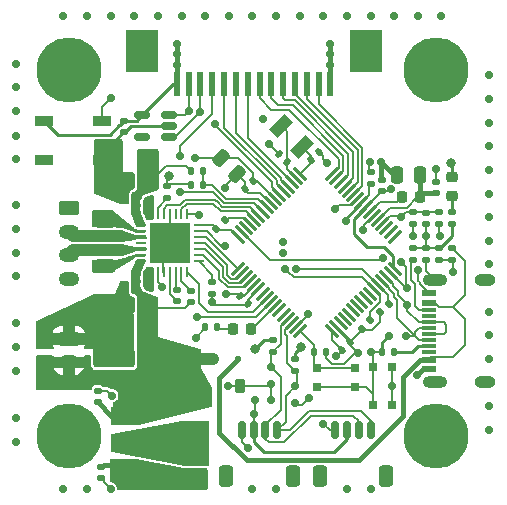
<source format=gbr>
%TF.GenerationSoftware,KiCad,Pcbnew,8.0.3*%
%TF.CreationDate,2024-10-17T21:46:58-04:00*%
%TF.ProjectId,Axis_Basic,41786973-5f42-4617-9369-632e6b696361,rev?*%
%TF.SameCoordinates,Original*%
%TF.FileFunction,Copper,L1,Top*%
%TF.FilePolarity,Positive*%
%FSLAX46Y46*%
G04 Gerber Fmt 4.6, Leading zero omitted, Abs format (unit mm)*
G04 Created by KiCad (PCBNEW 8.0.3) date 2024-10-17 21:46:58*
%MOMM*%
%LPD*%
G01*
G04 APERTURE LIST*
G04 Aperture macros list*
%AMRoundRect*
0 Rectangle with rounded corners*
0 $1 Rounding radius*
0 $2 $3 $4 $5 $6 $7 $8 $9 X,Y pos of 4 corners*
0 Add a 4 corners polygon primitive as box body*
4,1,4,$2,$3,$4,$5,$6,$7,$8,$9,$2,$3,0*
0 Add four circle primitives for the rounded corners*
1,1,$1+$1,$2,$3*
1,1,$1+$1,$4,$5*
1,1,$1+$1,$6,$7*
1,1,$1+$1,$8,$9*
0 Add four rect primitives between the rounded corners*
20,1,$1+$1,$2,$3,$4,$5,0*
20,1,$1+$1,$4,$5,$6,$7,0*
20,1,$1+$1,$6,$7,$8,$9,0*
20,1,$1+$1,$8,$9,$2,$3,0*%
%AMRotRect*
0 Rectangle, with rotation*
0 The origin of the aperture is its center*
0 $1 length*
0 $2 width*
0 $3 Rotation angle, in degrees counterclockwise*
0 Add horizontal line*
21,1,$1,$2,0,0,$3*%
G04 Aperture macros list end*
%TA.AperFunction,SMDPad,CuDef*%
%ADD10RoundRect,0.140000X-0.021213X0.219203X-0.219203X0.021213X0.021213X-0.219203X0.219203X-0.021213X0*%
%TD*%
%TA.AperFunction,SMDPad,CuDef*%
%ADD11RoundRect,0.135000X-0.185000X0.135000X-0.185000X-0.135000X0.185000X-0.135000X0.185000X0.135000X0*%
%TD*%
%TA.AperFunction,ComponentPad*%
%ADD12RoundRect,0.250000X-0.625000X0.350000X-0.625000X-0.350000X0.625000X-0.350000X0.625000X0.350000X0*%
%TD*%
%TA.AperFunction,ComponentPad*%
%ADD13O,1.750000X1.200000*%
%TD*%
%TA.AperFunction,SMDPad,CuDef*%
%ADD14RoundRect,0.140000X0.170000X-0.140000X0.170000X0.140000X-0.170000X0.140000X-0.170000X-0.140000X0*%
%TD*%
%TA.AperFunction,SMDPad,CuDef*%
%ADD15RoundRect,0.150000X-0.150000X-0.625000X0.150000X-0.625000X0.150000X0.625000X-0.150000X0.625000X0*%
%TD*%
%TA.AperFunction,SMDPad,CuDef*%
%ADD16RoundRect,0.250000X-0.350000X-0.650000X0.350000X-0.650000X0.350000X0.650000X-0.350000X0.650000X0*%
%TD*%
%TA.AperFunction,SMDPad,CuDef*%
%ADD17RoundRect,0.150000X0.200000X-0.150000X0.200000X0.150000X-0.200000X0.150000X-0.200000X-0.150000X0*%
%TD*%
%TA.AperFunction,SMDPad,CuDef*%
%ADD18RoundRect,0.135000X0.185000X-0.135000X0.185000X0.135000X-0.185000X0.135000X-0.185000X-0.135000X0*%
%TD*%
%TA.AperFunction,SMDPad,CuDef*%
%ADD19R,0.750000X0.700000*%
%TD*%
%TA.AperFunction,ComponentPad*%
%ADD20C,5.500000*%
%TD*%
%TA.AperFunction,SMDPad,CuDef*%
%ADD21RoundRect,0.250000X0.625000X-0.312500X0.625000X0.312500X-0.625000X0.312500X-0.625000X-0.312500X0*%
%TD*%
%TA.AperFunction,SMDPad,CuDef*%
%ADD22RoundRect,0.250000X0.250000X0.475000X-0.250000X0.475000X-0.250000X-0.475000X0.250000X-0.475000X0*%
%TD*%
%TA.AperFunction,SMDPad,CuDef*%
%ADD23RoundRect,0.062500X0.062500X-0.337500X0.062500X0.337500X-0.062500X0.337500X-0.062500X-0.337500X0*%
%TD*%
%TA.AperFunction,SMDPad,CuDef*%
%ADD24RoundRect,0.062500X0.337500X-0.062500X0.337500X0.062500X-0.337500X0.062500X-0.337500X-0.062500X0*%
%TD*%
%TA.AperFunction,ComponentPad*%
%ADD25C,0.500000*%
%TD*%
%TA.AperFunction,SMDPad,CuDef*%
%ADD26R,3.350000X3.350000*%
%TD*%
%TA.AperFunction,SMDPad,CuDef*%
%ADD27R,0.610000X2.000000*%
%TD*%
%TA.AperFunction,SMDPad,CuDef*%
%ADD28R,2.680000X3.600000*%
%TD*%
%TA.AperFunction,SMDPad,CuDef*%
%ADD29RoundRect,0.140000X-0.170000X0.140000X-0.170000X-0.140000X0.170000X-0.140000X0.170000X0.140000X0*%
%TD*%
%TA.AperFunction,SMDPad,CuDef*%
%ADD30RoundRect,0.150000X0.512500X0.150000X-0.512500X0.150000X-0.512500X-0.150000X0.512500X-0.150000X0*%
%TD*%
%TA.AperFunction,SMDPad,CuDef*%
%ADD31RoundRect,0.135000X0.135000X0.185000X-0.135000X0.185000X-0.135000X-0.185000X0.135000X-0.185000X0*%
%TD*%
%TA.AperFunction,SMDPad,CuDef*%
%ADD32RoundRect,0.140000X0.140000X0.170000X-0.140000X0.170000X-0.140000X-0.170000X0.140000X-0.170000X0*%
%TD*%
%TA.AperFunction,SMDPad,CuDef*%
%ADD33RoundRect,0.218750X-0.218750X-0.256250X0.218750X-0.256250X0.218750X0.256250X-0.218750X0.256250X0*%
%TD*%
%TA.AperFunction,SMDPad,CuDef*%
%ADD34R,2.000000X1.500000*%
%TD*%
%TA.AperFunction,SMDPad,CuDef*%
%ADD35R,2.000000X3.800000*%
%TD*%
%TA.AperFunction,SMDPad,CuDef*%
%ADD36RoundRect,0.135000X0.035355X-0.226274X0.226274X-0.035355X-0.035355X0.226274X-0.226274X0.035355X0*%
%TD*%
%TA.AperFunction,SMDPad,CuDef*%
%ADD37RoundRect,0.250000X-0.250000X-0.475000X0.250000X-0.475000X0.250000X0.475000X-0.250000X0.475000X0*%
%TD*%
%TA.AperFunction,SMDPad,CuDef*%
%ADD38RoundRect,0.150000X-0.150000X-0.200000X0.150000X-0.200000X0.150000X0.200000X-0.150000X0.200000X0*%
%TD*%
%TA.AperFunction,SMDPad,CuDef*%
%ADD39RoundRect,0.250000X1.500000X0.550000X-1.500000X0.550000X-1.500000X-0.550000X1.500000X-0.550000X0*%
%TD*%
%TA.AperFunction,SMDPad,CuDef*%
%ADD40RoundRect,0.225000X-0.225000X-0.375000X0.225000X-0.375000X0.225000X0.375000X-0.225000X0.375000X0*%
%TD*%
%TA.AperFunction,SMDPad,CuDef*%
%ADD41RoundRect,0.140000X-0.219203X-0.021213X-0.021213X-0.219203X0.219203X0.021213X0.021213X0.219203X0*%
%TD*%
%TA.AperFunction,SMDPad,CuDef*%
%ADD42RoundRect,0.218750X0.256250X-0.218750X0.256250X0.218750X-0.256250X0.218750X-0.256250X-0.218750X0*%
%TD*%
%TA.AperFunction,SMDPad,CuDef*%
%ADD43R,0.700000X0.750000*%
%TD*%
%TA.AperFunction,SMDPad,CuDef*%
%ADD44RoundRect,0.135000X-0.135000X-0.185000X0.135000X-0.185000X0.135000X0.185000X-0.135000X0.185000X0*%
%TD*%
%TA.AperFunction,SMDPad,CuDef*%
%ADD45RoundRect,0.250000X0.512652X0.159099X0.159099X0.512652X-0.512652X-0.159099X-0.159099X-0.512652X0*%
%TD*%
%TA.AperFunction,SMDPad,CuDef*%
%ADD46RoundRect,0.140000X0.021213X-0.219203X0.219203X-0.021213X-0.021213X0.219203X-0.219203X0.021213X0*%
%TD*%
%TA.AperFunction,SMDPad,CuDef*%
%ADD47RoundRect,0.125000X-0.125000X-0.125000X0.125000X-0.125000X0.125000X0.125000X-0.125000X0.125000X0*%
%TD*%
%TA.AperFunction,SMDPad,CuDef*%
%ADD48R,1.500000X0.900000*%
%TD*%
%TA.AperFunction,SMDPad,CuDef*%
%ADD49RoundRect,0.135000X-0.035355X0.226274X-0.226274X0.035355X0.035355X-0.226274X0.226274X-0.035355X0*%
%TD*%
%TA.AperFunction,SMDPad,CuDef*%
%ADD50R,1.150000X0.600000*%
%TD*%
%TA.AperFunction,SMDPad,CuDef*%
%ADD51R,1.150000X0.300000*%
%TD*%
%TA.AperFunction,ComponentPad*%
%ADD52O,2.100000X1.000000*%
%TD*%
%TA.AperFunction,ComponentPad*%
%ADD53O,1.800000X1.000000*%
%TD*%
%TA.AperFunction,SMDPad,CuDef*%
%ADD54RoundRect,0.150000X0.150000X0.200000X-0.150000X0.200000X-0.150000X-0.200000X0.150000X-0.200000X0*%
%TD*%
%TA.AperFunction,SMDPad,CuDef*%
%ADD55RoundRect,0.250000X-0.625000X0.312500X-0.625000X-0.312500X0.625000X-0.312500X0.625000X0.312500X0*%
%TD*%
%TA.AperFunction,SMDPad,CuDef*%
%ADD56RotRect,1.000000X1.800000X315.000000*%
%TD*%
%TA.AperFunction,SMDPad,CuDef*%
%ADD57RoundRect,0.150000X-0.200000X0.150000X-0.200000X-0.150000X0.200000X-0.150000X0.200000X0.150000X0*%
%TD*%
%TA.AperFunction,SMDPad,CuDef*%
%ADD58RoundRect,0.075000X-0.521491X0.415425X0.415425X-0.521491X0.521491X-0.415425X-0.415425X0.521491X0*%
%TD*%
%TA.AperFunction,SMDPad,CuDef*%
%ADD59RoundRect,0.075000X-0.521491X-0.415425X-0.415425X-0.521491X0.521491X0.415425X0.415425X0.521491X0*%
%TD*%
%TA.AperFunction,ViaPad*%
%ADD60C,0.700000*%
%TD*%
%TA.AperFunction,ViaPad*%
%ADD61C,0.800000*%
%TD*%
%TA.AperFunction,ViaPad*%
%ADD62C,0.450000*%
%TD*%
%TA.AperFunction,Conductor*%
%ADD63C,0.200000*%
%TD*%
%TA.AperFunction,Conductor*%
%ADD64C,0.250000*%
%TD*%
%TA.AperFunction,Conductor*%
%ADD65C,0.400000*%
%TD*%
%TA.AperFunction,Conductor*%
%ADD66C,0.150000*%
%TD*%
%TA.AperFunction,Conductor*%
%ADD67C,1.000000*%
%TD*%
G04 APERTURE END LIST*
D10*
%TO.P,C8,1*%
%TO.N,+3.3V*%
X158239411Y-107560589D03*
%TO.P,C8,2*%
%TO.N,GND*%
X157560589Y-108239411D03*
%TD*%
D11*
%TO.P,R11,1*%
%TO.N,+3.3V*%
X151700000Y-107390000D03*
%TO.P,R11,2*%
%TO.N,SDA2*%
X151700000Y-108410000D03*
%TD*%
%TO.P,R7,1*%
%TO.N,V_USB*%
X166900000Y-99590000D03*
%TO.P,R7,2*%
%TO.N,VUSB_sense*%
X166900000Y-100610000D03*
%TD*%
D12*
%TO.P,J5,1,Pin_1*%
%TO.N,GND*%
X134450000Y-107300000D03*
D13*
%TO.P,J5,2,Pin_2*%
%TO.N,VCC*%
X134450000Y-109300000D03*
%TD*%
D14*
%TO.P,C1,1*%
%TO.N,VCC*%
X136900000Y-112680000D03*
%TO.P,C1,2*%
%TO.N,GND*%
X136900000Y-111720000D03*
%TD*%
D15*
%TO.P,J3,1*%
%TO.N,GND*%
X157000000Y-115025000D03*
%TO.P,J3,2*%
%TO.N,SYNC*%
X158000000Y-115025000D03*
%TO.P,J3,3*%
%TO.N,SDA2*%
X159000000Y-115025000D03*
%TO.P,J3,4*%
%TO.N,SCL2*%
X160000000Y-115025000D03*
D16*
%TO.P,J3,MP*%
%TO.N,N/C*%
X155700000Y-118900000D03*
X161300000Y-118900000D03*
%TD*%
D17*
%TO.P,D4,1,A1*%
%TO.N,SDA2*%
X151600000Y-109700000D03*
%TO.P,D4,2,A2*%
%TO.N,GND*%
X151600000Y-111100000D03*
%TD*%
D18*
%TO.P,R3,1*%
%TO.N,Net-(J1-CC2)*%
X163600000Y-100610000D03*
%TO.P,R3,2*%
%TO.N,GND*%
X163600000Y-99590000D03*
%TD*%
D19*
%TO.P,SW1,1,1*%
%TO.N,GND*%
X160200000Y-112900000D03*
X160200000Y-109700000D03*
%TO.P,SW1,2,2*%
%TO.N,Net-(R13-Pad1)*%
X161800000Y-112900000D03*
X161800000Y-109700000D03*
%TD*%
D20*
%TO.P,H1,1*%
%TO.N,N/C*%
X165500000Y-115500000D03*
%TD*%
D14*
%TO.P,C9,1*%
%TO.N,+3.3V*%
X161000000Y-94780000D03*
%TO.P,C9,2*%
%TO.N,GND*%
X161000000Y-93820000D03*
%TD*%
D21*
%TO.P,R21,1*%
%TO.N,/BRA*%
X137537470Y-97291912D03*
%TO.P,R21,2*%
%TO.N,GND*%
X137537470Y-94366912D03*
%TD*%
D22*
%TO.P,C18,1*%
%TO.N,VCC*%
X141450000Y-93950000D03*
%TO.P,C18,2*%
%TO.N,GND*%
X139550000Y-93950000D03*
%TD*%
D18*
%TO.P,R6,1*%
%TO.N,SWCLK*%
X160000000Y-94210000D03*
%TO.P,R6,2*%
%TO.N,+3.3V*%
X160000000Y-93190000D03*
%TD*%
%TO.P,R16,1*%
%TO.N,Net-(U4-STDBY)*%
X142800000Y-95410000D03*
%TO.P,R16,2*%
%TO.N,GND*%
X142800000Y-94390000D03*
%TD*%
D23*
%TO.P,U4,1,OB2*%
%TO.N,MOTOR_B2*%
X141487500Y-101650000D03*
%TO.P,U4,2,~{EN}*%
%TO.N,EN*%
X141987500Y-101650000D03*
%TO.P,U4,3,GND*%
%TO.N,GND*%
X142487500Y-101650000D03*
%TO.P,U4,4,CPO*%
%TO.N,Net-(U4-CPO)*%
X142987500Y-101650000D03*
%TO.P,U4,5,CPI*%
%TO.N,Net-(U4-CPI)*%
X143487500Y-101650000D03*
%TO.P,U4,6,VCP*%
%TO.N,Net-(U4-VCP)*%
X143987500Y-101650000D03*
%TO.P,U4,7,SPREAD*%
%TO.N,Spread*%
X144487500Y-101650000D03*
D24*
%TO.P,U4,8,5VOUT*%
%TO.N,Net-(U4-5VOUT)*%
X145437500Y-100700000D03*
%TO.P,U4,9,MS1_AD0*%
%TO.N,MOT_M0*%
X145437500Y-100200000D03*
%TO.P,U4,10,MS2_AD1*%
%TO.N,MOT_M1*%
X145437500Y-99700000D03*
%TO.P,U4,11,DIAG*%
%TO.N,DIAG*%
X145437500Y-99200000D03*
%TO.P,U4,12,INDEX*%
%TO.N,INDEX*%
X145437500Y-98700000D03*
%TO.P,U4,13,CLK*%
%TO.N,GND*%
X145437500Y-98200000D03*
%TO.P,U4,14,~{PD}_UART*%
%TO.N,UART_RX*%
X145437500Y-97700000D03*
D23*
%TO.P,U4,15,VCC_IO*%
%TO.N,+3.3V*%
X144487500Y-96750000D03*
%TO.P,U4,16,STEP*%
%TO.N,STEP*%
X143987500Y-96750000D03*
%TO.P,U4,17,VREF*%
%TO.N,unconnected-(U4-VREF-Pad17)*%
X143487500Y-96750000D03*
%TO.P,U4,18,GND*%
%TO.N,GND*%
X142987500Y-96750000D03*
%TO.P,U4,19,DIR*%
%TO.N,DIR*%
X142487500Y-96750000D03*
%TO.P,U4,20,STDBY*%
%TO.N,Net-(U4-STDBY)*%
X141987500Y-96750000D03*
%TO.P,U4,21,OA2*%
%TO.N,MOTOR_A2*%
X141487500Y-96750000D03*
D24*
%TO.P,U4,22,VS*%
%TO.N,VCC*%
X140537500Y-97700000D03*
%TO.P,U4,23,BRA*%
%TO.N,/BRA*%
X140537500Y-98200000D03*
%TO.P,U4,24,OA1*%
%TO.N,MOTOR_A1*%
X140537500Y-98700000D03*
%TO.P,U4,25,NC*%
%TO.N,unconnected-(U4-NC-Pad25)*%
X140537500Y-99200000D03*
%TO.P,U4,26,OB1*%
%TO.N,MOTOR_B1*%
X140537500Y-99700000D03*
%TO.P,U4,27,BRB*%
%TO.N,/BRB*%
X140537500Y-100200000D03*
%TO.P,U4,28,VS*%
%TO.N,VCC*%
X140537500Y-100700000D03*
D25*
%TO.P,U4,29,EXP*%
%TO.N,GND*%
X141987500Y-100200000D03*
X142987500Y-100200000D03*
X143987500Y-100200000D03*
X141987500Y-99200000D03*
X142987500Y-99200000D03*
D26*
X142987500Y-99200000D03*
D25*
X143987500Y-99200000D03*
X141987500Y-98200000D03*
X142987500Y-98200000D03*
X143987500Y-98200000D03*
%TD*%
D27*
%TO.P,J6,1,Pin_1*%
%TO.N,GND*%
X156600000Y-85750000D03*
%TO.P,J6,2,Pin_2*%
%TO.N,AUX1*%
X155600000Y-85750000D03*
%TO.P,J6,3,Pin_3*%
%TO.N,AUX2*%
X154600000Y-85750000D03*
%TO.P,J6,4,Pin_4*%
%TO.N,MISO*%
X153600000Y-85750000D03*
%TO.P,J6,5,Pin_5*%
%TO.N,ETH_CS*%
X152600000Y-85750000D03*
%TO.P,J6,6,Pin_6*%
%TO.N,MOSI*%
X151600000Y-85750000D03*
%TO.P,J6,7,Pin_7*%
%TO.N,SCK*%
X150600000Y-85750000D03*
%TO.P,J6,8,Pin_8*%
%TO.N,AUX3*%
X149600000Y-85750000D03*
%TO.P,J6,9,Pin_9*%
%TO.N,AUX4*%
X148600000Y-85750000D03*
%TO.P,J6,10,Pin_10*%
%TO.N,AUX5*%
X147600000Y-85750000D03*
%TO.P,J6,11,Pin_11*%
%TO.N,AUX6*%
X146600000Y-85750000D03*
%TO.P,J6,12,Pin_12*%
%TO.N,SCL1*%
X145600000Y-85750000D03*
%TO.P,J6,13,Pin_13*%
%TO.N,SDA1*%
X144600000Y-85750000D03*
%TO.P,J6,14,Pin_14*%
%TO.N,+3.3V*%
X143600000Y-85750000D03*
D28*
%TO.P,J6,MP*%
%TO.N,N/C*%
X159590000Y-82950000D03*
X140610000Y-82950000D03*
%TD*%
D29*
%TO.P,C14,1*%
%TO.N,Net-(U4-5VOUT)*%
X146600000Y-102520000D03*
%TO.P,C14,2*%
%TO.N,GND*%
X146600000Y-103480000D03*
%TD*%
D30*
%TO.P,U5,1,SCL*%
%TO.N,SCL1*%
X142937500Y-90250000D03*
%TO.P,U5,2,V_{SS}*%
%TO.N,GND*%
X142937500Y-89300000D03*
%TO.P,U5,3,SDA*%
%TO.N,SDA1*%
X142937500Y-88350000D03*
%TO.P,U5,4,V_{CC}*%
%TO.N,+3.3V*%
X140662500Y-88350000D03*
%TO.P,U5,5,NC*%
%TO.N,unconnected-(U5-NC-Pad5)*%
X140662500Y-90250000D03*
%TD*%
D12*
%TO.P,J2,1*%
%TO.N,MOTOR_A2*%
X134432353Y-96229412D03*
D13*
%TO.P,J2,2*%
%TO.N,MOTOR_A1*%
X134432353Y-98229412D03*
%TO.P,J2,3*%
%TO.N,MOTOR_B1*%
X134432353Y-100229412D03*
%TO.P,J2,4*%
%TO.N,MOTOR_B2*%
X134432353Y-102229412D03*
%TD*%
D29*
%TO.P,C4,1*%
%TO.N,+3.3V*%
X137200000Y-118120000D03*
%TO.P,C4,2*%
%TO.N,GND*%
X137200000Y-119080000D03*
%TD*%
D31*
%TO.P,R19,1*%
%TO.N,Net-(D9-K)*%
X147010000Y-106300000D03*
%TO.P,R19,2*%
%TO.N,GND*%
X145990000Y-106300000D03*
%TD*%
D32*
%TO.P,C17,1*%
%TO.N,VCC*%
X140180000Y-102850000D03*
%TO.P,C17,2*%
%TO.N,GND*%
X139220000Y-102850000D03*
%TD*%
D33*
%TO.P,L1,1,1*%
%TO.N,Net-(U3-VSW)*%
X162625000Y-95300000D03*
%TO.P,L1,2,2*%
%TO.N,Net-(U3-VDDCORE)*%
X164200000Y-95300000D03*
%TD*%
D18*
%TO.P,R13,1*%
%TO.N,Net-(R13-Pad1)*%
X165800000Y-97610000D03*
%TO.P,R13,2*%
%TO.N,RESET*%
X165800000Y-96590000D03*
%TD*%
D34*
%TO.P,U2,1,VI*%
%TO.N,VCC*%
X139000000Y-113850000D03*
%TO.P,U2,2,GND*%
%TO.N,GND*%
X139000000Y-116150000D03*
D35*
X145300000Y-116150000D03*
D34*
%TO.P,U2,3,VO*%
%TO.N,+3.3V*%
X139000000Y-118450000D03*
%TD*%
D10*
%TO.P,C2,1*%
%TO.N,GND*%
X155639411Y-91460589D03*
%TO.P,C2,2*%
%TO.N,Net-(U3-PA00{slash}S1.0)*%
X154960589Y-92139411D03*
%TD*%
D36*
%TO.P,R10,1*%
%TO.N,+3.3V*%
X159239376Y-106460624D03*
%TO.P,R10,2*%
%TO.N,SDA1*%
X159960624Y-105739376D03*
%TD*%
D37*
%TO.P,C5,1*%
%TO.N,GND*%
X162250000Y-93400000D03*
%TO.P,C5,2*%
%TO.N,Net-(U3-VDDCORE)*%
X164150000Y-93400000D03*
%TD*%
D11*
%TO.P,R12,1*%
%TO.N,+3.3V*%
X153600000Y-108990000D03*
%TO.P,R12,2*%
%TO.N,SCL2*%
X153600000Y-110010000D03*
%TD*%
D38*
%TO.P,D7,1,A1*%
%TO.N,D-*%
X163000000Y-107100000D03*
%TO.P,D7,2,A2*%
%TO.N,GND*%
X161600000Y-107100000D03*
%TD*%
D20*
%TO.P,H4,1*%
%TO.N,N/C*%
X165500000Y-84500000D03*
%TD*%
D39*
%TO.P,C21,1*%
%TO.N,VCC*%
X143900000Y-108950000D03*
%TO.P,C21,2*%
%TO.N,GND*%
X138300000Y-108950000D03*
%TD*%
D33*
%TO.P,D9,1,K*%
%TO.N,Net-(D9-K)*%
X148312500Y-106500000D03*
%TO.P,D9,2,A*%
%TO.N,USR_LED*%
X149887500Y-106500000D03*
%TD*%
D29*
%TO.P,C12,1*%
%TO.N,RESET*%
X164700000Y-96620000D03*
%TO.P,C12,2*%
%TO.N,GND*%
X164700000Y-97580000D03*
%TD*%
D31*
%TO.P,R2,1*%
%TO.N,Net-(J1-CC1)*%
X162010000Y-108400000D03*
%TO.P,R2,2*%
%TO.N,GND*%
X160990000Y-108400000D03*
%TD*%
D15*
%TO.P,J4,1*%
%TO.N,GND*%
X149100000Y-115000000D03*
%TO.P,J4,2*%
%TO.N,SYNC*%
X150100000Y-115000000D03*
%TO.P,J4,3*%
%TO.N,SDA2*%
X151100000Y-115000000D03*
%TO.P,J4,4*%
%TO.N,SCL2*%
X152100000Y-115000000D03*
D16*
%TO.P,J4,MP*%
%TO.N,N/C*%
X147800000Y-118875000D03*
X153400000Y-118875000D03*
%TD*%
D40*
%TO.P,D2,1,K*%
%TO.N,VCC*%
X145650000Y-111300000D03*
%TO.P,D2,2,A*%
%TO.N,GND*%
X148950000Y-111300000D03*
%TD*%
D41*
%TO.P,C11,1*%
%TO.N,+3.3V*%
X148910589Y-103660589D03*
%TO.P,C11,2*%
%TO.N,GND*%
X149589411Y-104339411D03*
%TD*%
D18*
%TO.P,R14,1*%
%TO.N,+3.3V*%
X163600000Y-97610000D03*
%TO.P,R14,2*%
%TO.N,RESET*%
X163600000Y-96590000D03*
%TD*%
D42*
%TO.P,D6,1,K*%
%TO.N,Net-(D6-K)*%
X166900000Y-95187500D03*
%TO.P,D6,2,A*%
%TO.N,+3.3V*%
X166900000Y-93612500D03*
%TD*%
D43*
%TO.P,SW2,1,1*%
%TO.N,GND*%
X158700000Y-111400000D03*
X155500000Y-111400000D03*
%TO.P,SW2,2,2*%
%TO.N,User_Input*%
X158700000Y-109800000D03*
X155500000Y-109800000D03*
%TD*%
D22*
%TO.P,C20,1*%
%TO.N,VCC*%
X141450000Y-104400000D03*
%TO.P,C20,2*%
%TO.N,GND*%
X139550000Y-104400000D03*
%TD*%
D29*
%TO.P,C6,1*%
%TO.N,GND*%
X165500000Y-94020000D03*
%TO.P,C6,2*%
%TO.N,Net-(U3-VDDCORE)*%
X165500000Y-94980000D03*
%TD*%
D14*
%TO.P,C15,1*%
%TO.N,VCC*%
X144800000Y-104180000D03*
%TO.P,C15,2*%
%TO.N,Net-(U4-VCP)*%
X144800000Y-103220000D03*
%TD*%
D17*
%TO.P,D3,1,A1*%
%TO.N,SCL2*%
X153600000Y-111300000D03*
%TO.P,D3,2,A2*%
%TO.N,GND*%
X153600000Y-112700000D03*
%TD*%
D44*
%TO.P,R4,1*%
%TO.N,VCC*%
X144790000Y-93100000D03*
%TO.P,R4,2*%
%TO.N,V_sense*%
X145810000Y-93100000D03*
%TD*%
D29*
%TO.P,C19,1*%
%TO.N,+3.3V*%
X139100000Y-88820000D03*
%TO.P,C19,2*%
%TO.N,GND*%
X139100000Y-89780000D03*
%TD*%
D11*
%TO.P,R18,1*%
%TO.N,Net-(D6-K)*%
X166900000Y-96590000D03*
%TO.P,R18,2*%
%TO.N,GND*%
X166900000Y-97610000D03*
%TD*%
D31*
%TO.P,R17,1*%
%TO.N,+3.3V*%
X156220000Y-108400000D03*
%TO.P,R17,2*%
%TO.N,User_Input*%
X155200000Y-108400000D03*
%TD*%
D32*
%TO.P,C16,1*%
%TO.N,VCC*%
X140180000Y-95500000D03*
%TO.P,C16,2*%
%TO.N,GND*%
X139220000Y-95500000D03*
%TD*%
D45*
%TO.P,C7,1*%
%TO.N,+3.3V*%
X148671751Y-93371751D03*
%TO.P,C7,2*%
%TO.N,GND*%
X147328249Y-92028249D03*
%TD*%
D41*
%TO.P,C3,1*%
%TO.N,GND*%
X152210589Y-91610589D03*
%TO.P,C3,2*%
%TO.N,Net-(U3-PA01{slash}S1.1)*%
X152889411Y-92289411D03*
%TD*%
D29*
%TO.P,C13,1*%
%TO.N,Net-(U4-CPI)*%
X143600000Y-103170000D03*
%TO.P,C13,2*%
%TO.N,Net-(U4-CPO)*%
X143600000Y-104130000D03*
%TD*%
D20*
%TO.P,H3,1*%
%TO.N,N/C*%
X134500000Y-84500000D03*
%TD*%
D46*
%TO.P,C10,1*%
%TO.N,+3.3V*%
X149360589Y-94639411D03*
%TO.P,C10,2*%
%TO.N,GND*%
X150039411Y-93960589D03*
%TD*%
D47*
%TO.P,D1,1,K*%
%TO.N,VCC*%
X146600000Y-109000000D03*
%TO.P,D1,2,A*%
%TO.N,V_USB*%
X148800000Y-109000000D03*
%TD*%
D48*
%TO.P,D10,1,VDD*%
%TO.N,+3.3V*%
X132350000Y-88850000D03*
%TO.P,D10,2,DOUT*%
%TO.N,unconnected-(D10-DOUT-Pad2)*%
X132350000Y-92150000D03*
%TO.P,D10,3,VSS*%
%TO.N,GND*%
X137250000Y-92150000D03*
%TO.P,D10,4,DIN*%
%TO.N,NEOPIX*%
X137250000Y-88850000D03*
%TD*%
D31*
%TO.P,R5,1*%
%TO.N,V_sense*%
X145825000Y-94240000D03*
%TO.P,R5,2*%
%TO.N,GND*%
X144805000Y-94240000D03*
%TD*%
D18*
%TO.P,R8,1*%
%TO.N,VUSB_sense*%
X165800000Y-100610000D03*
%TO.P,R8,2*%
%TO.N,GND*%
X165800000Y-99590000D03*
%TD*%
D49*
%TO.P,R15,1*%
%TO.N,UART_TX*%
X147660624Y-97239376D03*
%TO.P,R15,2*%
%TO.N,UART_RX*%
X146939376Y-97960624D03*
%TD*%
D50*
%TO.P,J1,A1,GND*%
%TO.N,GND*%
X164920000Y-109850000D03*
%TO.P,J1,A4,VBUS*%
%TO.N,V_USB*%
X164920000Y-109050000D03*
D51*
%TO.P,J1,A5,CC1*%
%TO.N,Net-(J1-CC1)*%
X164920000Y-107900000D03*
%TO.P,J1,A6,D+*%
%TO.N,D+*%
X164920000Y-106900000D03*
%TO.P,J1,A7,D-*%
%TO.N,D-*%
X164920000Y-106400000D03*
%TO.P,J1,A8,SBU1*%
%TO.N,unconnected-(J1-SBU1-PadA8)*%
X164920000Y-105400000D03*
D50*
%TO.P,J1,A9,VBUS*%
%TO.N,V_USB*%
X164920000Y-104250000D03*
%TO.P,J1,A12,GND*%
%TO.N,GND*%
X164920000Y-103450000D03*
%TO.P,J1,B1,GND*%
X164920000Y-103450000D03*
%TO.P,J1,B4,VBUS*%
%TO.N,V_USB*%
X164920000Y-104250000D03*
D51*
%TO.P,J1,B5,CC2*%
%TO.N,Net-(J1-CC2)*%
X164920000Y-104900000D03*
%TO.P,J1,B6,D+*%
%TO.N,D+*%
X164920000Y-105900000D03*
%TO.P,J1,B7,D-*%
%TO.N,D-*%
X164920000Y-107400000D03*
%TO.P,J1,B8,SBU2*%
%TO.N,unconnected-(J1-SBU2-PadB8)*%
X164920000Y-108400000D03*
D50*
%TO.P,J1,B9,VBUS*%
%TO.N,V_USB*%
X164920000Y-109050000D03*
%TO.P,J1,B12,GND*%
%TO.N,GND*%
X164920000Y-109850000D03*
D52*
%TO.P,J1,S1,SHIELD*%
%TO.N,Net-(J1-SHIELD)*%
X165495000Y-110970000D03*
D53*
X169675000Y-110970000D03*
D52*
X165495000Y-102330000D03*
D53*
X169675000Y-102330000D03*
%TD*%
D54*
%TO.P,D5,1,A1*%
%TO.N,SYNC*%
X150200000Y-112500000D03*
%TO.P,D5,2,A2*%
%TO.N,GND*%
X151600000Y-112500000D03*
%TD*%
D55*
%TO.P,R20,1*%
%TO.N,/BRB*%
X137537470Y-101166912D03*
%TO.P,R20,2*%
%TO.N,GND*%
X137537470Y-104091912D03*
%TD*%
D36*
%TO.P,R9,1*%
%TO.N,+3.3V*%
X160839376Y-105060624D03*
%TO.P,R9,2*%
%TO.N,SCL1*%
X161560624Y-104339376D03*
%TD*%
D20*
%TO.P,H2,1*%
%TO.N,N/C*%
X134500000Y-115500000D03*
%TD*%
D56*
%TO.P,Y1,1,1*%
%TO.N,Net-(U3-PA00{slash}S1.0)*%
X154183883Y-91033883D03*
%TO.P,Y1,2,2*%
%TO.N,Net-(U3-PA01{slash}S1.1)*%
X152416117Y-89266117D03*
%TD*%
D11*
%TO.P,R1,1*%
%TO.N,GND*%
X164700000Y-99590000D03*
%TO.P,R1,2*%
%TO.N,Net-(J1-SHIELD)*%
X164700000Y-100610000D03*
%TD*%
D57*
%TO.P,D8,1,A1*%
%TO.N,D+*%
X163100000Y-104400000D03*
%TO.P,D8,2,A2*%
%TO.N,GND*%
X163100000Y-103000000D03*
%TD*%
D58*
%TO.P,U3,1,PA00/S1.0*%
%TO.N,Net-(U3-PA00{slash}S1.0)*%
X154047658Y-93344357D03*
%TO.P,U3,2,PA01/S1.1*%
%TO.N,Net-(U3-PA01{slash}S1.1)*%
X153694105Y-93697911D03*
%TO.P,U3,3,PA02*%
%TO.N,AUX3*%
X153340551Y-94051464D03*
%TO.P,U3,4,PA03*%
%TO.N,AUX4*%
X152986998Y-94405018D03*
%TO.P,U3,5,PB04*%
%TO.N,AUX5*%
X152633445Y-94758571D03*
%TO.P,U3,6,PB05*%
%TO.N,NEOPIX*%
X152279891Y-95112124D03*
%TO.P,U3,7,GNDANA*%
%TO.N,GND*%
X151926338Y-95465678D03*
%TO.P,U3,8,VDDANA*%
%TO.N,+3.3V*%
X151572785Y-95819231D03*
%TO.P,U3,9,PB06*%
%TO.N,V_sense*%
X151219231Y-96172785D03*
%TO.P,U3,10,PB07*%
%TO.N,AUX6*%
X150865678Y-96526338D03*
%TO.P,U3,11,PB08/S4.0*%
%TO.N,DIR*%
X150512124Y-96879891D03*
%TO.P,U3,12,PB09/S4.1*%
%TO.N,STEP*%
X150158571Y-97233445D03*
%TO.P,U3,13,PA04/S0.0*%
%TO.N,UART_TX*%
X149805018Y-97586998D03*
%TO.P,U3,14,PA05/S0.1*%
%TO.N,unconnected-(U3-PA05{slash}S0.1-Pad14)*%
X149451464Y-97940551D03*
%TO.P,U3,15,PA06/S0.2*%
%TO.N,VUSB_sense*%
X149097911Y-98294105D03*
%TO.P,U3,16,PA07/S0.3*%
%TO.N,UART_RX*%
X148744357Y-98647658D03*
D59*
%TO.P,U3,17,PA08/S0.0/S2.1*%
%TO.N,INDEX*%
X148744357Y-101352342D03*
%TO.P,U3,18,PA09/S0.1/S2.0*%
%TO.N,DIAG*%
X149097911Y-101705895D03*
%TO.P,U3,19,PA10/S0.2/S2.2*%
%TO.N,MOT_M1*%
X149451464Y-102059449D03*
%TO.P,U3,20,PA11/S0.3/S2.3*%
%TO.N,MOT_M0*%
X149805018Y-102413002D03*
%TO.P,U3,21,VDDIOB*%
%TO.N,+3.3V*%
X150158571Y-102766555D03*
%TO.P,U3,22,GND*%
%TO.N,GND*%
X150512124Y-103120109D03*
%TO.P,U3,23,PB10/S4.2*%
%TO.N,unconnected-(U3-PB10{slash}S4.2-Pad23)*%
X150865678Y-103473662D03*
%TO.P,U3,24,PB11/S4.3*%
%TO.N,Spread*%
X151219231Y-103827215D03*
%TO.P,U3,25,PB12/S4.0*%
%TO.N,EN*%
X151572785Y-104180769D03*
%TO.P,U3,26,PB13/S4.1*%
%TO.N,USR_LED*%
X151926338Y-104534322D03*
%TO.P,U3,27,PB14/S4.2*%
%TO.N,unconnected-(U3-PB14{slash}S4.2-Pad27)*%
X152279891Y-104887876D03*
%TO.P,U3,28,PB15/S4.3*%
%TO.N,unconnected-(U3-PB15{slash}S4.3-Pad28)*%
X152633445Y-105241429D03*
%TO.P,U3,29,PA12/S2.0/S4.1*%
%TO.N,SDA2*%
X152986998Y-105594982D03*
%TO.P,U3,30,PA13/S2.1/S4.0*%
%TO.N,SCL2*%
X153340551Y-105948536D03*
%TO.P,U3,31,PA14/S2.2/S4.2*%
%TO.N,SYNC*%
X153694105Y-106302089D03*
%TO.P,U3,32,PA15/S2.3/S4.3*%
%TO.N,User_Input*%
X154047658Y-106655643D03*
D58*
%TO.P,U3,33,GND*%
%TO.N,GND*%
X156752342Y-106655643D03*
%TO.P,U3,34,VDDIO*%
%TO.N,+3.3V*%
X157105895Y-106302089D03*
%TO.P,U3,35,PA16/S1.0/S3.1*%
%TO.N,unconnected-(U3-PA16{slash}S1.0{slash}S3.1-Pad35)*%
X157459449Y-105948536D03*
%TO.P,U3,36,PA17/S1.1/S3.0*%
%TO.N,unconnected-(U3-PA17{slash}S1.1{slash}S3.0-Pad36)*%
X157813002Y-105594982D03*
%TO.P,U3,37,PA18/S1.2/S3.2*%
%TO.N,unconnected-(U3-PA18{slash}S1.2{slash}S3.2-Pad37)*%
X158166555Y-105241429D03*
%TO.P,U3,38,PA19/S1.3/S3.3*%
%TO.N,unconnected-(U3-PA19{slash}S1.3{slash}S3.3-Pad38)*%
X158520109Y-104887876D03*
%TO.P,U3,39,PB16/S5.0*%
%TO.N,unconnected-(U3-PB16{slash}S5.0-Pad39)*%
X158873662Y-104534322D03*
%TO.P,U3,40,PB17/S5.1*%
%TO.N,unconnected-(U3-PB17{slash}S5.1-Pad40)*%
X159227215Y-104180769D03*
%TO.P,U3,41,PA20/S5.2/S3.2*%
%TO.N,unconnected-(U3-PA20{slash}S5.2{slash}S3.2-Pad41)*%
X159580769Y-103827215D03*
%TO.P,U3,42,PA21/S5.3/S3.3*%
%TO.N,unconnected-(U3-PA21{slash}S5.3{slash}S3.3-Pad42)*%
X159934322Y-103473662D03*
%TO.P,U3,43,PA22/S3.0/S5.1*%
%TO.N,SDA1*%
X160287876Y-103120109D03*
%TO.P,U3,44,PA23/S3.1/S5.0*%
%TO.N,SCL1*%
X160641429Y-102766555D03*
%TO.P,U3,45,PA24/D-/S3.2/S5.2*%
%TO.N,D-*%
X160994982Y-102413002D03*
%TO.P,U3,46,PA25/D+/S3.3/S5.3*%
%TO.N,D+*%
X161348536Y-102059449D03*
%TO.P,U3,47,GND*%
%TO.N,GND*%
X161702089Y-101705895D03*
%TO.P,U3,48,VDDIO*%
%TO.N,+3.3V*%
X162055643Y-101352342D03*
D59*
%TO.P,U3,49,PB22/S1.2/S5.2*%
%TO.N,unconnected-(U3-PB22{slash}S1.2{slash}S5.2-Pad49)*%
X162055643Y-98647658D03*
%TO.P,U3,50,PB23/S1.3/S5.3*%
%TO.N,unconnected-(U3-PB23{slash}S1.3{slash}S5.3-Pad50)*%
X161702089Y-98294105D03*
%TO.P,U3,51,PA27*%
%TO.N,unconnected-(U3-PA27-Pad51)*%
X161348536Y-97940551D03*
%TO.P,U3,52,RESETN*%
%TO.N,RESET*%
X160994982Y-97586998D03*
%TO.P,U3,53,VDDCORE*%
%TO.N,Net-(U3-VDDCORE)*%
X160641429Y-97233445D03*
%TO.P,U3,54,GND*%
%TO.N,GND*%
X160287876Y-96879891D03*
%TO.P,U3,55,VSW*%
%TO.N,Net-(U3-VSW)*%
X159934322Y-96526338D03*
%TO.P,U3,56,VDDIO*%
%TO.N,+3.3V*%
X159580769Y-96172785D03*
%TO.P,U3,57,PA30/SWCLK*%
%TO.N,SWCLK*%
X159227215Y-95819231D03*
%TO.P,U3,58,PA31/SWDIO*%
%TO.N,SWDIO*%
X158873662Y-95465678D03*
%TO.P,U3,59,PB30/S7.3/S1.3*%
%TO.N,AUX1*%
X158520109Y-95112124D03*
%TO.P,U3,60,PB31/S7.1/S5.0*%
%TO.N,AUX2*%
X158166555Y-94758571D03*
%TO.P,U3,61,PB00/S5.2*%
%TO.N,MISO*%
X157813002Y-94405018D03*
%TO.P,U3,62,PB01/S5.3*%
%TO.N,ETH_CS*%
X157459449Y-94051464D03*
%TO.P,U3,63,PB02/S5.0*%
%TO.N,MOSI*%
X157105895Y-93697911D03*
%TO.P,U3,64,PB03/S5.1*%
%TO.N,SCK*%
X156752342Y-93344357D03*
%TD*%
D60*
%TO.N,SDA1*%
X144600000Y-88000000D03*
%TO.N,SCL1*%
X145600000Y-88100000D03*
X153700000Y-101400000D03*
%TO.N,SDA1*%
X152790379Y-101390382D03*
%TO.N,+3.3V*%
X152600000Y-99100000D03*
D61*
X154100000Y-108000000D03*
D60*
X143600000Y-84100000D03*
X150900000Y-88700000D03*
X158900000Y-108500000D03*
X140700000Y-118200000D03*
X142100000Y-119000000D03*
X147700000Y-94500000D03*
X143600000Y-83200000D03*
X141200000Y-119000000D03*
X163600000Y-98600000D03*
D61*
X166800000Y-92400000D03*
D60*
X143000000Y-119000000D03*
D61*
X150200000Y-108200000D03*
D60*
X147769514Y-103541417D03*
X141700000Y-118200000D03*
X145500000Y-96800000D03*
X143600000Y-82300000D03*
X161751818Y-94639465D03*
X159971014Y-92300000D03*
%TO.N,GND*%
X154000000Y-80000000D03*
D61*
X142900000Y-93500000D03*
D60*
X138000000Y-120000000D03*
X160000000Y-120000000D03*
X130000000Y-116000000D03*
X134000000Y-80000000D03*
X152600000Y-100000000D03*
X134000000Y-120000000D03*
X144000000Y-80000000D03*
X170000000Y-97000000D03*
X170000000Y-115000000D03*
X164700000Y-98600000D03*
X170000000Y-85000000D03*
X130000000Y-88000000D03*
X150000000Y-120000000D03*
X136000000Y-80000000D03*
X158000000Y-120000000D03*
X137200000Y-90900000D03*
X162000000Y-80000000D03*
X152000000Y-80000000D03*
X138000000Y-80000000D03*
X141800000Y-117100000D03*
X156300000Y-92400000D03*
X130000000Y-92100000D03*
X145200000Y-107200000D03*
X170000000Y-87000000D03*
X159400000Y-98100000D03*
X140800000Y-115500000D03*
X142000000Y-80000000D03*
X160000000Y-108400000D03*
X130000000Y-114000000D03*
X137900000Y-106300000D03*
X130000000Y-96000000D03*
X160900000Y-92300000D03*
X164050000Y-101500000D03*
X158000000Y-80000000D03*
X130000000Y-102000000D03*
X170000000Y-101000000D03*
X170000000Y-95000000D03*
X130000000Y-84000000D03*
X139400000Y-107000000D03*
X145100000Y-92028249D03*
X138400000Y-107000000D03*
X147906974Y-111300000D03*
X150000000Y-80000000D03*
X130000000Y-90100000D03*
X136000000Y-120000000D03*
X146000000Y-80000000D03*
X170000000Y-99000000D03*
X162600000Y-100800000D03*
X130000000Y-98000000D03*
X141800000Y-115500000D03*
X146609266Y-104179912D03*
X170000000Y-93000000D03*
X138600000Y-92100000D03*
X170000000Y-105000000D03*
X130000000Y-108000000D03*
X130000000Y-106000000D03*
X164000000Y-80000000D03*
X138100000Y-112100000D03*
X156000000Y-114500000D03*
X130000000Y-86000000D03*
X166000000Y-80000000D03*
X152000000Y-120000000D03*
X156600000Y-82300000D03*
X140000000Y-80000000D03*
X141300000Y-116300000D03*
X130000000Y-110000000D03*
X156600000Y-84100000D03*
X138900000Y-106300000D03*
X157100000Y-108750000D03*
X142800000Y-115500000D03*
X156000000Y-80000000D03*
X148000000Y-80000000D03*
X170000000Y-91000000D03*
X156600000Y-83200000D03*
X136900000Y-106300000D03*
X165500000Y-92900000D03*
X170000000Y-107000000D03*
X142300000Y-116300000D03*
X147682338Y-99407146D03*
X149600000Y-116500000D03*
X137400000Y-107000000D03*
X170000000Y-109000000D03*
X151400000Y-90800000D03*
X170000000Y-113000000D03*
X170000000Y-89000000D03*
X163900000Y-110400000D03*
X154800000Y-112300000D03*
X160000000Y-80000000D03*
X130000000Y-100000000D03*
X138300000Y-90900000D03*
%TO.N,RESET*%
X162600000Y-97000000D03*
%TO.N,NEOPIX*%
X146800000Y-89100000D03*
X138000000Y-86900000D03*
D62*
%TO.N,MOTOR_A2*%
X141400000Y-95450000D03*
X140900000Y-95700000D03*
X141400000Y-96000000D03*
X140900000Y-96300000D03*
%TO.N,MOTOR_B2*%
X141399970Y-103000000D03*
X140899970Y-102100000D03*
X141399970Y-102400000D03*
X140899970Y-102700000D03*
D60*
%TO.N,SWDIO*%
X157000000Y-96300000D03*
%TO.N,SWCLK*%
X157925000Y-97300111D03*
%TO.N,VUSB_sense*%
X166950000Y-101600000D03*
X161072702Y-100427298D03*
%TO.N,Net-(R13-Pad1)*%
X165900000Y-98600000D03*
X161800000Y-111300000D03*
%TO.N,EN*%
X145300000Y-105479412D03*
X142363000Y-102900000D03*
%TO.N,VCC*%
X141600000Y-91700000D03*
X140700000Y-92550000D03*
X140650000Y-105800000D03*
X140650000Y-106650000D03*
X141600000Y-92550000D03*
X141550000Y-105800000D03*
X141550000Y-106650000D03*
X140700000Y-91700000D03*
%TO.N,AUX6*%
X143900000Y-91800000D03*
X143900000Y-94900000D03*
%TO.N,SYNC*%
X154700000Y-105200000D03*
X150100000Y-113700000D03*
%TD*%
D63*
%TO.N,SDA1*%
X159960624Y-105039376D02*
X159960624Y-105739376D01*
X160832283Y-104167717D02*
X159960624Y-105039376D01*
X160832283Y-103664516D02*
X160832283Y-104167717D01*
X160287876Y-103120109D02*
X160832283Y-103664516D01*
%TO.N,SCL1*%
X161500000Y-103625126D02*
X161500000Y-104200000D01*
X160641429Y-102766555D02*
X161500000Y-103625126D01*
%TO.N,SDA1*%
X159267767Y-102100000D02*
X160287876Y-103120109D01*
X153480761Y-102100000D02*
X159267767Y-102100000D01*
X153050000Y-101650003D02*
X153050000Y-101669239D01*
X153050000Y-101669239D02*
X153480761Y-102100000D01*
X152790379Y-101390382D02*
X153050000Y-101650003D01*
X142937500Y-88350000D02*
X144250000Y-88350000D01*
X144250000Y-88350000D02*
X144600000Y-88000000D01*
%TO.N,SCL1*%
X143450000Y-90250000D02*
X145600000Y-88100000D01*
X142937500Y-90250000D02*
X143450000Y-90250000D01*
%TO.N,SDA1*%
X144600000Y-85750000D02*
X144600000Y-88000000D01*
%TO.N,SCL1*%
X145600000Y-85750000D02*
X145600000Y-88100000D01*
X159274874Y-101400000D02*
X160641429Y-102766555D01*
X153700000Y-101400000D02*
X159274874Y-101400000D01*
D64*
%TO.N,+3.3V*%
X158600000Y-98400000D02*
X158600000Y-97153554D01*
X161925000Y-100325000D02*
X161100000Y-99500000D01*
X159700000Y-99500000D02*
X158600000Y-98400000D01*
X158600000Y-97153554D02*
X159580769Y-96172785D01*
X161925000Y-101221699D02*
X161925000Y-100325000D01*
X161100000Y-99500000D02*
X159700000Y-99500000D01*
X162055643Y-101352342D02*
X161925000Y-101221699D01*
D63*
%TO.N,SWDIO*%
X157000000Y-96300000D02*
X157289915Y-96010085D01*
X157289915Y-96010085D02*
X158329255Y-96010085D01*
X158329255Y-96010085D02*
X158873662Y-95465678D01*
D64*
%TO.N,SWCLK*%
X157925000Y-97121446D02*
X159227215Y-95819231D01*
X157925000Y-97300111D02*
X157925000Y-97121446D01*
D63*
%TO.N,+3.3V*%
X159971014Y-92300000D02*
X159900000Y-92371014D01*
X148791417Y-103541417D02*
X148910589Y-103660589D01*
D64*
X166900000Y-93612500D02*
X166900000Y-92500000D01*
D63*
X158675000Y-108500000D02*
X158900000Y-108500000D01*
D64*
X143262500Y-85750000D02*
X143600000Y-85750000D01*
D63*
X156220000Y-108400000D02*
X156220000Y-108920000D01*
D65*
X143600000Y-84100000D02*
X143600000Y-83200000D01*
D63*
X149264537Y-103660589D02*
X150158571Y-102766555D01*
D64*
X137908510Y-90000000D02*
X133500000Y-90000000D01*
D65*
X137400000Y-118020000D02*
X138870000Y-118020000D01*
D64*
X139100000Y-88820000D02*
X140192500Y-88820000D01*
D63*
X149360589Y-94639411D02*
X149360589Y-94060589D01*
D65*
X143600000Y-85750000D02*
X143600000Y-84100000D01*
D63*
X158239411Y-107560589D02*
X158239411Y-107839411D01*
D64*
X138745000Y-89175000D02*
X138733510Y-89175000D01*
X151700000Y-107390000D02*
X151010000Y-107390000D01*
D65*
X143600000Y-82300000D02*
X143600000Y-82700000D01*
D63*
X160839376Y-105837438D02*
X160116190Y-106560624D01*
X147769514Y-103541417D02*
X148791417Y-103541417D01*
X159900000Y-92371014D02*
X159900000Y-93190000D01*
X160850000Y-94780000D02*
X160850000Y-94903554D01*
D65*
X138870000Y-118020000D02*
X139300000Y-118450000D01*
D63*
X161751818Y-94639465D02*
X161611283Y-94780000D01*
D64*
X153600000Y-108500000D02*
X154100000Y-108000000D01*
D63*
X160850000Y-94903554D02*
X159580769Y-96172785D01*
X157775000Y-109400000D02*
X158675000Y-108500000D01*
X159239376Y-106560624D02*
X158239411Y-107560589D01*
D64*
X139100000Y-88820000D02*
X138745000Y-89175000D01*
D63*
X156220000Y-108920000D02*
X156700000Y-109400000D01*
D64*
X138733510Y-89175000D02*
X137908510Y-90000000D01*
D63*
X160116190Y-106560624D02*
X159239376Y-106560624D01*
D64*
X166900000Y-92500000D02*
X166800000Y-92400000D01*
D63*
X158239411Y-107839411D02*
X158900000Y-108500000D01*
D64*
X158339411Y-107535605D02*
X158339411Y-107660589D01*
X151010000Y-107390000D02*
X150200000Y-108200000D01*
D63*
X156700000Y-109400000D02*
X157775000Y-109400000D01*
D64*
X140192500Y-88820000D02*
X140662500Y-88350000D01*
D63*
X163600000Y-97610000D02*
X163600000Y-98600000D01*
D64*
X133500000Y-90000000D02*
X132350000Y-88850000D01*
X153600000Y-108990000D02*
X153600000Y-108500000D01*
D63*
X147700000Y-94343502D02*
X148671751Y-93371751D01*
X161611283Y-94780000D02*
X160850000Y-94780000D01*
X145450000Y-96750000D02*
X145500000Y-96800000D01*
X149631767Y-94910589D02*
X150664143Y-94910589D01*
D65*
X143600000Y-83200000D02*
X143600000Y-82300000D01*
D63*
X144487500Y-96750000D02*
X145450000Y-96750000D01*
X149360589Y-94639411D02*
X149631767Y-94910589D01*
X150664143Y-94910589D02*
X151572785Y-95819231D01*
D64*
X157105895Y-106302089D02*
X158339411Y-107535605D01*
D63*
X147700000Y-94500000D02*
X147700000Y-94343502D01*
X148910589Y-103660589D02*
X149264537Y-103660589D01*
X149360589Y-94060589D02*
X148671751Y-93371751D01*
X160839376Y-104960624D02*
X160839376Y-105837438D01*
D64*
X140662500Y-88350000D02*
X143262500Y-85750000D01*
D63*
%TO.N,GND*%
X142487500Y-101650000D02*
X142450000Y-101650000D01*
X163600000Y-99590000D02*
X165800000Y-99590000D01*
D64*
X139100000Y-89780000D02*
X139220000Y-89780000D01*
D63*
X137720000Y-111720000D02*
X138100000Y-112100000D01*
X156000000Y-91821178D02*
X156000000Y-92100000D01*
D64*
X161600000Y-107100000D02*
X161500000Y-107100000D01*
D63*
X164050000Y-102393763D02*
X164050000Y-101500000D01*
D65*
X162250000Y-93400000D02*
X162000000Y-93400000D01*
X156600000Y-83200000D02*
X156600000Y-82300000D01*
X156600000Y-84100000D02*
X156600000Y-83200000D01*
D63*
X149528822Y-104400000D02*
X149589411Y-104339411D01*
X137400000Y-119400000D02*
X138000000Y-120000000D01*
D64*
X161500000Y-107100000D02*
X160990000Y-107610000D01*
D63*
X164150000Y-102493763D02*
X164050000Y-102393763D01*
X156000000Y-92100000D02*
X156300000Y-92400000D01*
X137400000Y-118980000D02*
X137400000Y-119400000D01*
D65*
X160900000Y-92300000D02*
X160900000Y-93770000D01*
D63*
X151926338Y-95465678D02*
X150421249Y-93960589D01*
X138000000Y-108800000D02*
X138200000Y-109000000D01*
X159400000Y-97767767D02*
X159400000Y-98100000D01*
X159600000Y-111400000D02*
X160200000Y-112000000D01*
D64*
X138300000Y-90580000D02*
X139100000Y-89780000D01*
D63*
X142800000Y-94390000D02*
X142800000Y-93600000D01*
X142737500Y-100700000D02*
X143237500Y-100200000D01*
X145990000Y-106300000D02*
X145990000Y-106410000D01*
D65*
X162000000Y-93400000D02*
X160900000Y-92300000D01*
D63*
X156752342Y-106655643D02*
X156752342Y-107431164D01*
X160200000Y-108600000D02*
X160000000Y-108400000D01*
X156525000Y-115025000D02*
X156000000Y-114500000D01*
X144765000Y-94200000D02*
X142990000Y-94200000D01*
X145990000Y-106410000D02*
X145200000Y-107200000D01*
X147329491Y-99407146D02*
X147682338Y-99407146D01*
X142412500Y-101612500D02*
X142412500Y-99775000D01*
X157560589Y-108289411D02*
X157100000Y-108750000D01*
D64*
X165864595Y-99590000D02*
X165800000Y-99590000D01*
D63*
X164150000Y-102680000D02*
X164150000Y-102493763D01*
X151600000Y-111100000D02*
X151600000Y-112500000D01*
X152210589Y-91610589D02*
X151400000Y-90800000D01*
X165500000Y-92900000D02*
X165500000Y-94020000D01*
X142412500Y-99775000D02*
X142987500Y-99200000D01*
X142450000Y-101650000D02*
X142412500Y-101612500D01*
X155639411Y-91460589D02*
X156000000Y-91821178D01*
D65*
X164450000Y-109850000D02*
X163900000Y-110400000D01*
X156600000Y-85750000D02*
X156600000Y-84100000D01*
D63*
X145100000Y-92028249D02*
X147328249Y-92028249D01*
X150039411Y-93960589D02*
X150039411Y-93289841D01*
X144805000Y-94240000D02*
X144765000Y-94200000D01*
X149589411Y-104042822D02*
X149589411Y-104339411D01*
X148850000Y-111300000D02*
X151400000Y-111300000D01*
D64*
X139700000Y-89300000D02*
X142937500Y-89300000D01*
D63*
X164700000Y-97580000D02*
X164700000Y-98600000D01*
X142800000Y-93600000D02*
X142900000Y-93500000D01*
X146600000Y-104170646D02*
X146609266Y-104179912D01*
X154200000Y-112900000D02*
X153800000Y-112900000D01*
X146829354Y-104400000D02*
X149528822Y-104400000D01*
X163100000Y-103000000D02*
X163000000Y-102900000D01*
X163000000Y-102900000D02*
X163000000Y-101200000D01*
X145437500Y-98200000D02*
X146122345Y-98200000D01*
X156752342Y-107431164D02*
X157560589Y-108239411D01*
X150039411Y-93289841D02*
X148777819Y-92028249D01*
D65*
X160900000Y-93770000D02*
X160850000Y-93820000D01*
D63*
X160200000Y-109700000D02*
X160200000Y-112900000D01*
X160000000Y-108400000D02*
X160990000Y-108400000D01*
X157000000Y-115025000D02*
X156525000Y-115025000D01*
X160200000Y-109700000D02*
X160200000Y-108600000D01*
X158700000Y-111400000D02*
X159600000Y-111400000D01*
X151400000Y-111300000D02*
X151600000Y-111100000D01*
D65*
X156600000Y-82300000D02*
X156600000Y-82200000D01*
D63*
X162996194Y-103000000D02*
X163100000Y-103000000D01*
X154800000Y-112300000D02*
X154200000Y-112900000D01*
X158700000Y-111400000D02*
X155500000Y-111400000D01*
X148777819Y-92028249D02*
X147328249Y-92028249D01*
X150421249Y-93960589D02*
X150039411Y-93960589D01*
X146122345Y-98200000D02*
X147329491Y-99407146D01*
X160287876Y-96879891D02*
X159400000Y-97767767D01*
X150512124Y-103120109D02*
X149589411Y-104042822D01*
D64*
X166900000Y-98554595D02*
X165864595Y-99590000D01*
D63*
X164700000Y-98600000D02*
X164700000Y-99590000D01*
D64*
X139220000Y-89780000D02*
X139700000Y-89300000D01*
D63*
X148850000Y-111300000D02*
X147906974Y-111300000D01*
X146600000Y-103480000D02*
X146600000Y-104170646D01*
X161702089Y-101705895D02*
X162996194Y-103000000D01*
X142990000Y-94200000D02*
X142800000Y-94390000D01*
X146609266Y-104179912D02*
X146829354Y-104400000D01*
X157560589Y-108239411D02*
X157560589Y-108289411D01*
D64*
X166900000Y-97610000D02*
X166900000Y-98554595D01*
D63*
X136900000Y-111720000D02*
X137720000Y-111720000D01*
X163000000Y-101200000D02*
X162600000Y-100800000D01*
D64*
X160990000Y-107610000D02*
X160990000Y-108400000D01*
X138300000Y-90900000D02*
X138300000Y-90580000D01*
D63*
X164920000Y-103450000D02*
X164150000Y-102680000D01*
D65*
X164920000Y-109850000D02*
X164450000Y-109850000D01*
D63*
X149100000Y-116000000D02*
X149600000Y-116500000D01*
X149100000Y-115000000D02*
X149100000Y-116000000D01*
X142987500Y-96750000D02*
X142987500Y-99200000D01*
D66*
%TO.N,Net-(U4-CPI)*%
X143487500Y-103057500D02*
X143487500Y-101650000D01*
%TO.N,Net-(U4-CPO)*%
X142987500Y-101650000D02*
X142987500Y-103467500D01*
X143600000Y-104080000D02*
X142987500Y-103467500D01*
X143600000Y-104130000D02*
X143600000Y-104080000D01*
D63*
%TO.N,Net-(U4-5VOUT)*%
X146600000Y-101862500D02*
X145437500Y-100700000D01*
X146600000Y-102520000D02*
X146600000Y-101862500D01*
%TO.N,RESET*%
X163600000Y-96590000D02*
X163010000Y-96590000D01*
X162500000Y-96900000D02*
X161681980Y-96900000D01*
X161681980Y-96900000D02*
X160994982Y-97586998D01*
X163010000Y-96590000D02*
X162600000Y-97000000D01*
X162600000Y-97000000D02*
X162500000Y-96900000D01*
X165800000Y-96590000D02*
X163600000Y-96590000D01*
%TO.N,Net-(U4-VCP)*%
X143987500Y-101650000D02*
X143987500Y-102407500D01*
X143987500Y-102407500D02*
X144800000Y-103220000D01*
%TO.N,SCL2*%
X153800000Y-111100000D02*
X153800000Y-110210000D01*
X152962384Y-109372384D02*
X152962384Y-107037616D01*
X159149999Y-113400000D02*
X154800000Y-113400000D01*
X154800000Y-113400000D02*
X153200000Y-115000000D01*
X160000000Y-115025000D02*
X160000000Y-114250001D01*
X153200000Y-115000000D02*
X152100000Y-115000000D01*
X153800000Y-110210000D02*
X153600000Y-110010000D01*
X152796144Y-106871376D02*
X152796144Y-106492943D01*
X152796144Y-106492943D02*
X153340551Y-105948536D01*
X152800000Y-112100000D02*
X153800000Y-111100000D01*
X153600000Y-110010000D02*
X152962384Y-109372384D01*
X152962384Y-107037616D02*
X152796144Y-106871376D01*
X152100000Y-115000000D02*
X152800000Y-114300000D01*
X160000000Y-114250001D02*
X159149999Y-113400000D01*
X152800000Y-114300000D02*
X152800000Y-112100000D01*
%TO.N,SDA2*%
X152400000Y-113284448D02*
X151100000Y-114584448D01*
X151400001Y-116075000D02*
X152690686Y-116075000D01*
X151100000Y-115000000D02*
X151100000Y-115774999D01*
X151100000Y-114584448D02*
X151100000Y-115000000D01*
X152690686Y-116075000D02*
X154965686Y-113800000D01*
X152986998Y-105594982D02*
X152396144Y-106185836D01*
X152396144Y-107713856D02*
X151600000Y-108510000D01*
X151100000Y-115774999D02*
X151400001Y-116075000D01*
X158549999Y-113800000D02*
X159000000Y-114250001D01*
X152400000Y-110500000D02*
X152400000Y-113284448D01*
X151500000Y-109600000D02*
X152400000Y-110500000D01*
X151600000Y-109500000D02*
X151500000Y-109600000D01*
X152396144Y-106185836D02*
X152396144Y-107713856D01*
X159000000Y-114250001D02*
X159000000Y-115025000D01*
X154965686Y-113800000D02*
X158549999Y-113800000D01*
X151600000Y-108510000D02*
X151600000Y-109500000D01*
%TO.N,V_USB*%
X165109000Y-108861000D02*
X164920000Y-109050000D01*
D65*
X147156974Y-115256974D02*
X149500000Y-117600000D01*
X152773834Y-117575000D02*
X154026166Y-117575000D01*
X147156974Y-110593026D02*
X147156974Y-115256974D01*
X154026166Y-117575000D02*
X154051166Y-117600000D01*
D63*
X167000000Y-104600000D02*
X168000000Y-105600000D01*
X166939000Y-108861000D02*
X165109000Y-108861000D01*
X165450000Y-104250000D02*
X165800000Y-104600000D01*
X168000000Y-100690000D02*
X168000000Y-103600000D01*
D65*
X152748834Y-117600000D02*
X152773834Y-117575000D01*
D63*
X168000000Y-105600000D02*
X168000000Y-107800000D01*
X168000000Y-103600000D02*
X167000000Y-104600000D01*
D65*
X149500000Y-117600000D02*
X152748834Y-117600000D01*
X154051166Y-117600000D02*
X159000000Y-117600000D01*
X159000000Y-117600000D02*
X162750000Y-113850000D01*
D63*
X168000000Y-107800000D02*
X166939000Y-108861000D01*
D65*
X164189339Y-109050000D02*
X164920000Y-109050000D01*
D63*
X165800000Y-104600000D02*
X167000000Y-104600000D01*
D65*
X148750000Y-109000000D02*
X147156974Y-110593026D01*
D63*
X166900000Y-99590000D02*
X168000000Y-100690000D01*
X164920000Y-104250000D02*
X165450000Y-104250000D01*
D65*
X162750000Y-113850000D02*
X162750000Y-110489339D01*
X162750000Y-110489339D02*
X164189339Y-109050000D01*
%TO.N,Net-(U3-VDDCORE)*%
X164150000Y-95250000D02*
X164200000Y-95300000D01*
D63*
X160641429Y-97233445D02*
X161684874Y-96190000D01*
X161684874Y-96190000D02*
X163061076Y-96190000D01*
D65*
X165500000Y-94980000D02*
X164520000Y-94980000D01*
X164150000Y-93400000D02*
X164150000Y-95250000D01*
D63*
X163951076Y-95300000D02*
X164200000Y-95300000D01*
D65*
X164520000Y-94980000D02*
X164200000Y-95300000D01*
D63*
X163061076Y-96190000D02*
X163951076Y-95300000D01*
%TO.N,Net-(U3-PA00{slash}S1.0)*%
X154960589Y-92139411D02*
X154960589Y-92431426D01*
X154960589Y-92431426D02*
X154047658Y-93344357D01*
X154960589Y-91810589D02*
X154183883Y-91033883D01*
X154960589Y-92139411D02*
X154960589Y-91810589D01*
%TO.N,D+*%
X161348536Y-102059449D02*
X161939390Y-102650303D01*
X161939390Y-102791724D02*
X162360624Y-103212958D01*
X166400000Y-106700000D02*
X166200000Y-106900000D01*
X163100000Y-104334314D02*
X163100000Y-104400000D01*
X166400000Y-106100000D02*
X166400000Y-106700000D01*
X162360624Y-103212958D02*
X162360624Y-103594938D01*
X161939390Y-102650303D02*
X161939390Y-102791724D01*
X164920000Y-105900000D02*
X164095000Y-105900000D01*
X164920000Y-105900000D02*
X166200000Y-105900000D01*
X162360624Y-103594938D02*
X163100000Y-104334314D01*
X166200000Y-106900000D02*
X164920000Y-106900000D01*
X163100000Y-104905000D02*
X163100000Y-104400000D01*
X164095000Y-105900000D02*
X163100000Y-104905000D01*
X166200000Y-105900000D02*
X166400000Y-106100000D01*
%TO.N,D-*%
X161539390Y-103098830D02*
X161960624Y-103520064D01*
X164920000Y-107400000D02*
X164095000Y-107400000D01*
X164095000Y-106400000D02*
X164875000Y-106400000D01*
X163000000Y-107100000D02*
X163795000Y-107100000D01*
X161539390Y-102957410D02*
X161539390Y-103098830D01*
X161960624Y-103520064D02*
X161960624Y-103760624D01*
X162224544Y-104024544D02*
X162224544Y-105529544D01*
X161960624Y-103760624D02*
X162224544Y-104024544D01*
X160994982Y-102413002D02*
X161539390Y-102957410D01*
X163795000Y-107100000D02*
X163795000Y-106700000D01*
X163795000Y-107100000D02*
X164095000Y-107400000D01*
X163795000Y-106700000D02*
X164095000Y-106400000D01*
X162224544Y-105529544D02*
X163795000Y-107100000D01*
%TO.N,V_sense*%
X145810000Y-93100000D02*
X145810000Y-94225000D01*
D66*
X151219231Y-96172785D02*
X150496446Y-95450000D01*
X147734923Y-95450000D02*
X146584923Y-94300000D01*
X150496446Y-95450000D02*
X147734923Y-95450000D01*
X146584923Y-94300000D02*
X145800000Y-94300000D01*
D63*
X145810000Y-94225000D02*
X145825000Y-94240000D01*
%TO.N,Net-(D9-K)*%
X147210000Y-106500000D02*
X147010000Y-106300000D01*
X148312500Y-106500000D02*
X147210000Y-106500000D01*
%TO.N,NEOPIX*%
X146800000Y-89207971D02*
X151642590Y-94050561D01*
X146800000Y-89100000D02*
X146800000Y-89207971D01*
X151642590Y-94474823D02*
X152279891Y-95112124D01*
X137250000Y-87650000D02*
X138000000Y-86900000D01*
X137250000Y-88850000D02*
X137250000Y-87650000D01*
X151642590Y-94050561D02*
X151642590Y-94474823D01*
D64*
%TO.N,Net-(J1-CC1)*%
X162010000Y-108400000D02*
X163493960Y-108400000D01*
X163493960Y-108400000D02*
X163993960Y-107900000D01*
X163993960Y-107900000D02*
X164920000Y-107900000D01*
D63*
%TO.N,Net-(J1-CC2)*%
X163400000Y-100810000D02*
X163600000Y-100610000D01*
X164095000Y-104900000D02*
X163750000Y-104555000D01*
X163750000Y-104555000D02*
X163750000Y-102659448D01*
X164920000Y-104900000D02*
X164095000Y-104900000D01*
X163400000Y-102309448D02*
X163400000Y-100810000D01*
X163750000Y-102659448D02*
X163400000Y-102309448D01*
%TO.N,Net-(J1-SHIELD)*%
X164700000Y-100610000D02*
X164700000Y-101535000D01*
X164700000Y-101535000D02*
X165495000Y-102330000D01*
D67*
%TO.N,MOTOR_A1*%
X134432353Y-98229412D02*
X134802941Y-98600000D01*
X134802941Y-98600000D02*
X138900000Y-98600000D01*
%TO.N,MOTOR_B1*%
X134432353Y-100167647D02*
X134800000Y-99800000D01*
X134800000Y-99800000D02*
X138900000Y-99800000D01*
X134432353Y-100229412D02*
X134432353Y-100167647D01*
D63*
%TO.N,SWCLK*%
X159900000Y-94210000D02*
X159900000Y-95146446D01*
X159900000Y-95146446D02*
X159227215Y-95819231D01*
%TO.N,VUSB_sense*%
X166900000Y-100610000D02*
X165800000Y-100610000D01*
X151453806Y-100650000D02*
X149097911Y-98294105D01*
X160850000Y-100650000D02*
X151453806Y-100650000D01*
X161072702Y-100427298D02*
X160850000Y-100650000D01*
X166950000Y-100660000D02*
X166900000Y-100610000D01*
X166950000Y-101600000D02*
X166950000Y-100660000D01*
%TO.N,Net-(U4-STDBY)*%
X141987500Y-96750000D02*
X141987500Y-96222500D01*
X141987500Y-96222500D02*
X142800000Y-95410000D01*
%TO.N,Net-(R13-Pad1)*%
X165900000Y-98600000D02*
X165800000Y-98500000D01*
X161800000Y-109700000D02*
X161800000Y-111300000D01*
X161800000Y-111300000D02*
X161800000Y-112900000D01*
X165800000Y-98500000D02*
X165800000Y-97610000D01*
%TO.N,UART_TX*%
X147957410Y-97042590D02*
X147760624Y-97239376D01*
X149260610Y-97042590D02*
X147957410Y-97042590D01*
X149805018Y-97586998D02*
X149260610Y-97042590D01*
%TO.N,UART_RX*%
X148744357Y-98647658D02*
X148196699Y-98100000D01*
X146939376Y-97960624D02*
X146678752Y-97700000D01*
X148196699Y-98100000D02*
X147078752Y-98100000D01*
X147078752Y-98100000D02*
X146939376Y-97960624D01*
X146678752Y-97700000D02*
X145437500Y-97700000D01*
%TO.N,User_Input*%
X155200000Y-108400000D02*
X155200000Y-107807985D01*
X155200000Y-107807985D02*
X154047658Y-106655643D01*
X155190000Y-109490000D02*
X155500000Y-109800000D01*
X155500000Y-109800000D02*
X158700000Y-109800000D01*
X155190000Y-108400000D02*
X155190000Y-109490000D01*
%TO.N,Net-(U3-PA01{slash}S1.1)*%
X152416117Y-89266117D02*
X152889411Y-89739411D01*
X152889411Y-89739411D02*
X152889411Y-92289411D01*
X152889411Y-92893217D02*
X153694105Y-93697911D01*
X152889411Y-92289411D02*
X152889411Y-92893217D01*
%TO.N,EN*%
X141987500Y-102524500D02*
X142363000Y-102900000D01*
X141987500Y-101650000D02*
X141987500Y-102524500D01*
X145300000Y-105479412D02*
X150274142Y-105479412D01*
X150274142Y-105479412D02*
X151572785Y-104180769D01*
D66*
%TO.N,DIAG*%
X148579973Y-102223833D02*
X149097911Y-101705895D01*
X147872866Y-101912741D02*
X148183958Y-102223833D01*
X145437500Y-99200000D02*
X145995659Y-99200000D01*
X145995659Y-99200000D02*
X147872866Y-101077207D01*
X148183958Y-102223833D02*
X148579973Y-102223833D01*
X147872866Y-101077207D02*
X147872866Y-101912741D01*
%TO.N,INDEX*%
X145437500Y-98700000D02*
X146092015Y-98700000D01*
X146092015Y-98700000D02*
X148744357Y-101352342D01*
%TO.N,STEP*%
X146700000Y-95900000D02*
X144424848Y-95900000D01*
X144424848Y-95900000D02*
X143987500Y-96337348D01*
X149425126Y-96500000D02*
X147300000Y-96500000D01*
X143987500Y-96337348D02*
X143987500Y-96750000D01*
X150158571Y-97233445D02*
X149425126Y-96500000D01*
X147300000Y-96500000D02*
X146700000Y-95900000D01*
%TO.N,DIR*%
X144279873Y-95550000D02*
X143849873Y-95980000D01*
X147050000Y-95755025D02*
X146844975Y-95550000D01*
X150512124Y-96879891D02*
X149782233Y-96150000D01*
X142795686Y-95980000D02*
X142487500Y-96288186D01*
X147444974Y-96150000D02*
X147050000Y-95755025D01*
X142487500Y-96288186D02*
X142487500Y-96750000D01*
X149782233Y-96150000D02*
X147444974Y-96150000D01*
X146844975Y-95550000D02*
X144279873Y-95550000D01*
X143849873Y-95980000D02*
X142795686Y-95980000D01*
D63*
%TO.N,MISO*%
X158500000Y-93718020D02*
X158500000Y-91468628D01*
X158500000Y-91468628D02*
X153600000Y-86568628D01*
X157813002Y-94405018D02*
X158500000Y-93718020D01*
X153600000Y-86568628D02*
X153600000Y-85750000D01*
%TO.N,SCK*%
X151550000Y-87900000D02*
X153134314Y-87900000D01*
X150600000Y-86950000D02*
X151550000Y-87900000D01*
X153134314Y-87900000D02*
X157300000Y-92065686D01*
X157300000Y-92796699D02*
X156752342Y-93344357D01*
X150600000Y-85750000D02*
X150600000Y-86950000D01*
X157300000Y-92065686D02*
X157300000Y-92796699D01*
%TO.N,MOSI*%
X157700000Y-91800000D02*
X157700000Y-93103806D01*
X151600000Y-86950000D02*
X152150000Y-87500000D01*
X151600000Y-85750000D02*
X151600000Y-86950000D01*
X152150000Y-87500000D02*
X153400000Y-87500000D01*
X153400000Y-87500000D02*
X157700000Y-91800000D01*
X157700000Y-93103806D02*
X157105895Y-93697911D01*
%TO.N,Spread*%
X145500000Y-102662500D02*
X144487500Y-101650000D01*
X151219231Y-103827215D02*
X150047832Y-104998614D01*
X150047832Y-104998614D02*
X146198614Y-104998614D01*
X145500000Y-104300000D02*
X145500000Y-102662500D01*
X146198614Y-104998614D02*
X145500000Y-104300000D01*
D66*
%TO.N,MOT_M1*%
X147522866Y-101222181D02*
X146000685Y-99700000D01*
X146000685Y-99700000D02*
X145437500Y-99700000D01*
X148933527Y-102577386D02*
X148042537Y-102577386D01*
X149451464Y-102059449D02*
X148933527Y-102577386D01*
X147522866Y-102057715D02*
X147522866Y-101222181D01*
X148042537Y-102577386D02*
X147522866Y-102057715D01*
%TO.N,MOT_M0*%
X147901116Y-102930940D02*
X149287080Y-102930940D01*
X145814797Y-100200000D02*
X147172866Y-101558069D01*
X147172866Y-102202690D02*
X147901116Y-102930940D01*
X145437500Y-100200000D02*
X145814797Y-100200000D01*
X147172866Y-101558069D02*
X147172866Y-102202690D01*
X149287080Y-102930940D02*
X149805018Y-102413002D01*
D63*
%TO.N,USR_LED*%
X149887500Y-106500000D02*
X149960660Y-106500000D01*
X149960660Y-106500000D02*
X151926338Y-104534322D01*
D65*
%TO.N,VCC*%
X138020000Y-113800000D02*
X139250000Y-113800000D01*
X136900000Y-112680000D02*
X138020000Y-113800000D01*
D63*
X144390000Y-92700000D02*
X142700000Y-92700000D01*
X144790000Y-93100000D02*
X144390000Y-92700000D01*
X142700000Y-92700000D02*
X141450000Y-93950000D01*
X144800000Y-104180000D02*
X144270000Y-104710000D01*
X144270000Y-104710000D02*
X141760000Y-104710000D01*
D67*
X143950000Y-109000000D02*
X143900000Y-108950000D01*
D63*
X141760000Y-104710000D02*
X141450000Y-104400000D01*
D67*
X146650000Y-109000000D02*
X143950000Y-109000000D01*
D65*
X139250000Y-113800000D02*
X139300000Y-113850000D01*
D63*
%TO.N,AUX6*%
X146600000Y-88300000D02*
X146600000Y-85750000D01*
X143900000Y-91800000D02*
X143900000Y-91000000D01*
D66*
X146689950Y-94900000D02*
X143900000Y-94900000D01*
X147194975Y-95405025D02*
X146689950Y-94900000D01*
X150139340Y-95800000D02*
X147589949Y-95800000D01*
X147589949Y-95800000D02*
X147194975Y-95405025D01*
D63*
X143900000Y-91000000D02*
X146600000Y-88300000D01*
D66*
X150865678Y-96526338D02*
X150139340Y-95800000D01*
D63*
%TO.N,AUX1*%
X159300000Y-94332233D02*
X158520109Y-95112124D01*
X159300000Y-91137256D02*
X159300000Y-94332233D01*
X155600000Y-87437256D02*
X159300000Y-91137256D01*
X155600000Y-85750000D02*
X155600000Y-87437256D01*
%TO.N,AUX5*%
X152633445Y-94758571D02*
X152042590Y-94167716D01*
X147600000Y-89442285D02*
X147600000Y-85750000D01*
X152042590Y-93884875D02*
X147600000Y-89442285D01*
X152042590Y-94167716D02*
X152042590Y-93884875D01*
%TO.N,AUX4*%
X152986998Y-94405018D02*
X152442590Y-93860610D01*
X148600000Y-89876599D02*
X148600000Y-85750000D01*
X152442590Y-93719189D02*
X148600000Y-89876599D01*
X152442590Y-93860610D02*
X152442590Y-93719189D01*
%TO.N,AUX3*%
X153340551Y-94051464D02*
X149600000Y-90310913D01*
X149600000Y-90310913D02*
X149600000Y-85750000D01*
%TO.N,AUX2*%
X154600000Y-85750000D02*
X154600000Y-87002942D01*
X158900000Y-94025126D02*
X158166555Y-94758571D01*
X158900000Y-91302942D02*
X158900000Y-94025126D01*
X154600000Y-87002942D02*
X158900000Y-91302942D01*
%TO.N,SYNC*%
X154700000Y-105200000D02*
X154700000Y-105296194D01*
D64*
X158000000Y-115025000D02*
X158000000Y-115799999D01*
X158000000Y-115799999D02*
X156922701Y-116877298D01*
D63*
X150100000Y-113700000D02*
X150100000Y-115000000D01*
X154700000Y-105296194D02*
X153694105Y-106302089D01*
D64*
X150977298Y-116877298D02*
X150100000Y-116000000D01*
X156922701Y-116877298D02*
X150977298Y-116877298D01*
D63*
X150200000Y-112500000D02*
X150200000Y-113600000D01*
D64*
X150100000Y-116000000D02*
X150100000Y-115000000D01*
D63*
X150200000Y-113600000D02*
X150100000Y-113700000D01*
%TO.N,Net-(U3-VSW)*%
X162625000Y-95300000D02*
X162225000Y-95700000D01*
X162225000Y-95700000D02*
X160760660Y-95700000D01*
X160760660Y-95700000D02*
X159934322Y-96526338D01*
%TO.N,ETH_CS*%
X152750000Y-87100000D02*
X153565686Y-87100000D01*
X158100000Y-91634314D02*
X158100000Y-93410913D01*
X153565686Y-87100000D02*
X158100000Y-91634314D01*
X152600000Y-86950000D02*
X152750000Y-87100000D01*
X158100000Y-93410913D02*
X157459449Y-94051464D01*
X152600000Y-85750000D02*
X152600000Y-86950000D01*
D64*
%TO.N,Net-(D6-K)*%
X166900000Y-95187500D02*
X166900000Y-96590000D01*
%TD*%
%TA.AperFunction,Conductor*%
%TO.N,VCC*%
G36*
X140880539Y-100569685D02*
G01*
X140926294Y-100622489D01*
X140937500Y-100674000D01*
X140937500Y-100820727D01*
X140924409Y-100876181D01*
X140537500Y-101649999D01*
X140537499Y-101649999D01*
X140551887Y-101803503D01*
X140538913Y-101871368D01*
X140490249Y-101966876D01*
X140469166Y-102099997D01*
X140469166Y-102100002D01*
X140490249Y-102233123D01*
X140546594Y-102343706D01*
X140559490Y-102412375D01*
X140546594Y-102456294D01*
X140490249Y-102566876D01*
X140469166Y-102699997D01*
X140469166Y-102700002D01*
X140490249Y-102833121D01*
X140490250Y-102833124D01*
X140490251Y-102833126D01*
X140551442Y-102953220D01*
X140639237Y-103041015D01*
X140672721Y-103102336D01*
X140675014Y-103117122D01*
X140687469Y-103250000D01*
X141956566Y-103720025D01*
X142012596Y-103761767D01*
X142037163Y-103827175D01*
X142037500Y-103836306D01*
X142037500Y-107150000D01*
X145559081Y-108124832D01*
X145618439Y-108161688D01*
X145648449Y-108224785D01*
X145650000Y-108244338D01*
X145650000Y-109750000D01*
X146567417Y-111439979D01*
X146584978Y-111472327D01*
X146600000Y-111531486D01*
X146600000Y-112953183D01*
X146580315Y-113020222D01*
X146527511Y-113065977D01*
X146506074Y-113073481D01*
X140414808Y-114596298D01*
X140384734Y-114600000D01*
X138324000Y-114600000D01*
X138256961Y-114580315D01*
X138211206Y-114527511D01*
X138200000Y-114476000D01*
X138200000Y-112737289D01*
X138219685Y-112670250D01*
X138272489Y-112624495D01*
X138276548Y-112622728D01*
X138357007Y-112589401D01*
X138377625Y-112580861D01*
X138492621Y-112492621D01*
X138580861Y-112377625D01*
X138636330Y-112243709D01*
X138655250Y-112100000D01*
X138636330Y-111956291D01*
X138580861Y-111822375D01*
X138492621Y-111707379D01*
X138377625Y-111619139D01*
X138377624Y-111619138D01*
X138377622Y-111619137D01*
X138243712Y-111563671D01*
X138243710Y-111563670D01*
X138243709Y-111563670D01*
X138154491Y-111551924D01*
X138100001Y-111544750D01*
X138099997Y-111544750D01*
X138045502Y-111551924D01*
X137976467Y-111541158D01*
X137941637Y-111516666D01*
X137904512Y-111479541D01*
X137904504Y-111479535D01*
X137835995Y-111439982D01*
X137835990Y-111439979D01*
X137810513Y-111433152D01*
X137759562Y-111419500D01*
X137759560Y-111419500D01*
X137442402Y-111419500D01*
X137375363Y-111399815D01*
X137354721Y-111383181D01*
X137268316Y-111296776D01*
X137159487Y-111246028D01*
X137159485Y-111246027D01*
X137159486Y-111246027D01*
X137109901Y-111239500D01*
X136690105Y-111239500D01*
X136674386Y-111241569D01*
X136640513Y-111246028D01*
X136640511Y-111246029D01*
X136640509Y-111246029D01*
X136531683Y-111296776D01*
X136446776Y-111381683D01*
X136396027Y-111490514D01*
X136389225Y-111542185D01*
X136360959Y-111606082D01*
X136302634Y-111644553D01*
X136266286Y-111650000D01*
X131774000Y-111650000D01*
X131706961Y-111630315D01*
X131661206Y-111577511D01*
X131650000Y-111526000D01*
X131650000Y-109800000D01*
X133195203Y-109800000D01*
X133234194Y-109876521D01*
X133335967Y-110016602D01*
X133458397Y-110139032D01*
X133598475Y-110240804D01*
X133752744Y-110319408D01*
X133917415Y-110372914D01*
X133917414Y-110372914D01*
X133949999Y-110378074D01*
X134950000Y-110378074D01*
X134982584Y-110372914D01*
X135147255Y-110319408D01*
X135301524Y-110240804D01*
X135441602Y-110139032D01*
X135564032Y-110016602D01*
X135665805Y-109876521D01*
X135704796Y-109800000D01*
X134950000Y-109800000D01*
X134950000Y-110378074D01*
X133949999Y-110378074D01*
X133950000Y-110378073D01*
X133950000Y-109800000D01*
X133195203Y-109800000D01*
X131650000Y-109800000D01*
X131650000Y-109250630D01*
X134075000Y-109250630D01*
X134075000Y-109349370D01*
X134100556Y-109444745D01*
X134149925Y-109530255D01*
X134219745Y-109600075D01*
X134305255Y-109649444D01*
X134400630Y-109675000D01*
X134499370Y-109675000D01*
X134594745Y-109649444D01*
X134680255Y-109600075D01*
X134750075Y-109530255D01*
X134799444Y-109444745D01*
X134825000Y-109349370D01*
X134825000Y-109250630D01*
X134799444Y-109155255D01*
X134750075Y-109069745D01*
X134680255Y-108999925D01*
X134594745Y-108950556D01*
X134499370Y-108925000D01*
X134400630Y-108925000D01*
X134305255Y-108950556D01*
X134219745Y-108999925D01*
X134149925Y-109069745D01*
X134100556Y-109155255D01*
X134075000Y-109250630D01*
X131650000Y-109250630D01*
X131650000Y-108824000D01*
X131669685Y-108756961D01*
X131722489Y-108711206D01*
X131774000Y-108700000D01*
X133064480Y-108700000D01*
X133131519Y-108719685D01*
X133170207Y-108759210D01*
X133195203Y-108800000D01*
X135704797Y-108800000D01*
X135729793Y-108759210D01*
X135781604Y-108712335D01*
X135835520Y-108700000D01*
X136225500Y-108700000D01*
X136292539Y-108719685D01*
X136338294Y-108772489D01*
X136349500Y-108824000D01*
X136349500Y-109554269D01*
X136352353Y-109584699D01*
X136352353Y-109584701D01*
X136397206Y-109712880D01*
X136397207Y-109712882D01*
X136477850Y-109822150D01*
X136587118Y-109902793D01*
X136629845Y-109917744D01*
X136715299Y-109947646D01*
X136745730Y-109950500D01*
X136745734Y-109950500D01*
X139854270Y-109950500D01*
X139884699Y-109947646D01*
X139884701Y-109947646D01*
X139948790Y-109925219D01*
X140012882Y-109902793D01*
X140122150Y-109822150D01*
X140202793Y-109712882D01*
X140242266Y-109600075D01*
X140247646Y-109584701D01*
X140247646Y-109584699D01*
X140250500Y-109554269D01*
X140250500Y-108345730D01*
X140247646Y-108315300D01*
X140247645Y-108315298D01*
X140202489Y-108186248D01*
X140195534Y-108146296D01*
X140187504Y-107150496D01*
X140187500Y-107149496D01*
X140187500Y-105147569D01*
X140200096Y-105096783D01*
X140199724Y-105096653D01*
X140201113Y-105092682D01*
X140201872Y-105089624D01*
X140202787Y-105087889D01*
X140202793Y-105087882D01*
X140234051Y-104998551D01*
X140247646Y-104959701D01*
X140247646Y-104959699D01*
X140250500Y-104929269D01*
X140250500Y-103870730D01*
X140247646Y-103840300D01*
X140247646Y-103840298D01*
X140214006Y-103744163D01*
X140202793Y-103712118D01*
X140122150Y-103602850D01*
X140012882Y-103522207D01*
X140012880Y-103522206D01*
X139884700Y-103477353D01*
X139861568Y-103475184D01*
X139796659Y-103449325D01*
X139759172Y-103400569D01*
X139747525Y-103373391D01*
X139737500Y-103324548D01*
X139737500Y-101625452D01*
X139747526Y-101576606D01*
X140047708Y-100876181D01*
X140155291Y-100625153D01*
X140199792Y-100571289D01*
X140266350Y-100550034D01*
X140269265Y-100550000D01*
X140813500Y-100550000D01*
X140880539Y-100569685D01*
G37*
%TD.AperFunction*%
%TD*%
%TA.AperFunction,Conductor*%
%TO.N,MOTOR_B2*%
G36*
X141593039Y-101219685D02*
G01*
X141638794Y-101272489D01*
X141650000Y-101324000D01*
X141650000Y-103176000D01*
X141630315Y-103243039D01*
X141577511Y-103288794D01*
X141526000Y-103300000D01*
X141436393Y-103300000D01*
X141393327Y-103292281D01*
X140942735Y-103125398D01*
X140886705Y-103083655D01*
X140868365Y-103048926D01*
X140853087Y-103003858D01*
X140853086Y-103003856D01*
X140853084Y-103003850D01*
X140819600Y-102942529D01*
X140784547Y-102895705D01*
X140736289Y-102847447D01*
X140702804Y-102786124D01*
X140699970Y-102759766D01*
X140699970Y-102637697D01*
X140713487Y-102581399D01*
X140729693Y-102549594D01*
X140729695Y-102549590D01*
X140743770Y-102514191D01*
X140756666Y-102470272D01*
X140757915Y-102465833D01*
X140761459Y-102374445D01*
X140748563Y-102305776D01*
X140748561Y-102305772D01*
X140748561Y-102305768D01*
X140729697Y-102250413D01*
X140713485Y-102218594D01*
X140699970Y-102162300D01*
X140699970Y-102037697D01*
X140713486Y-101981401D01*
X140722015Y-101964663D01*
X140740758Y-101909955D01*
X140753732Y-101842090D01*
X140756490Y-101784325D01*
X140750895Y-101724642D01*
X140763444Y-101657619D01*
X140951564Y-101281380D01*
X140956119Y-101273084D01*
X140963851Y-101260197D01*
X141015224Y-101212842D01*
X141070177Y-101200000D01*
X141526000Y-101200000D01*
X141593039Y-101219685D01*
G37*
%TD.AperFunction*%
%TD*%
%TA.AperFunction,Conductor*%
%TO.N,GND*%
G36*
X146261265Y-114257859D02*
G01*
X146307020Y-114310663D01*
X146318226Y-114362174D01*
X146318226Y-117914174D01*
X146298541Y-117981213D01*
X146245737Y-118026968D01*
X146194226Y-118038174D01*
X144329449Y-118038174D01*
X144307182Y-118036158D01*
X138119959Y-116906744D01*
X138057544Y-116875341D01*
X138022015Y-116815179D01*
X138018226Y-116784760D01*
X138018226Y-115491587D01*
X138037911Y-115424548D01*
X138090715Y-115378793D01*
X138119953Y-115369604D01*
X144035216Y-114289834D01*
X144307182Y-114240190D01*
X144329449Y-114238174D01*
X146194226Y-114238174D01*
X146261265Y-114257859D01*
G37*
%TD.AperFunction*%
%TD*%
%TA.AperFunction,Conductor*%
%TO.N,/BRA*%
G36*
X138062683Y-96419685D02*
G01*
X138070793Y-96425366D01*
X139927291Y-97839841D01*
X139955244Y-97869584D01*
X139993221Y-97926420D01*
X140010388Y-97952112D01*
X140097383Y-98010240D01*
X140097386Y-98010240D01*
X140097387Y-98010241D01*
X140120649Y-98014868D01*
X140174099Y-98025500D01*
X140174105Y-98025499D01*
X140177563Y-98025841D01*
X140200346Y-98030268D01*
X140223867Y-98037175D01*
X140281765Y-98045500D01*
X140281769Y-98045500D01*
X140813500Y-98045500D01*
X140880539Y-98065185D01*
X140926294Y-98117989D01*
X140937500Y-98169500D01*
X140937500Y-98195999D01*
X140917815Y-98263038D01*
X140865011Y-98308793D01*
X140813500Y-98319999D01*
X140206553Y-98319999D01*
X140182365Y-98317617D01*
X140145505Y-98310286D01*
X140138530Y-98308539D01*
X140138507Y-98308631D01*
X140135548Y-98307890D01*
X140135545Y-98307889D01*
X140089592Y-98298747D01*
X140071411Y-98293665D01*
X139275862Y-98004374D01*
X139249350Y-97990944D01*
X139231810Y-97979224D01*
X139104328Y-97926420D01*
X139104322Y-97926418D01*
X138968995Y-97899499D01*
X138962933Y-97898903D01*
X138962959Y-97898636D01*
X138954009Y-97897854D01*
X138953994Y-97897970D01*
X138951342Y-97897621D01*
X138951329Y-97897620D01*
X138951325Y-97897619D01*
X138951316Y-97897617D01*
X138933483Y-97896058D01*
X138915655Y-97894500D01*
X138594605Y-97894500D01*
X138556435Y-97888479D01*
X138437500Y-97850000D01*
X136511500Y-97850000D01*
X136444461Y-97830315D01*
X136398706Y-97777511D01*
X136387500Y-97726000D01*
X136387500Y-96524000D01*
X136407185Y-96456961D01*
X136459989Y-96411206D01*
X136511500Y-96400000D01*
X137995644Y-96400000D01*
X138062683Y-96419685D01*
G37*
%TD.AperFunction*%
%TD*%
%TA.AperFunction,Conductor*%
%TO.N,MOTOR_A1*%
G36*
X138958031Y-98107466D02*
G01*
X139094143Y-98156961D01*
X140037500Y-98500000D01*
X140047996Y-98500000D01*
X140095451Y-98509440D01*
X140097385Y-98510241D01*
X140154659Y-98521633D01*
X140174099Y-98525500D01*
X140900900Y-98525499D01*
X140900907Y-98525497D01*
X140901329Y-98525456D01*
X140901555Y-98525499D01*
X140906991Y-98525499D01*
X140906991Y-98526528D01*
X140969977Y-98538465D01*
X141020694Y-98586523D01*
X141037500Y-98648857D01*
X141037500Y-98751140D01*
X141017815Y-98818179D01*
X140965011Y-98863934D01*
X140906993Y-98873606D01*
X140906993Y-98874500D01*
X140901631Y-98874500D01*
X140901362Y-98874545D01*
X140900904Y-98874500D01*
X140174102Y-98874500D01*
X140097381Y-98889760D01*
X140095452Y-98890560D01*
X140047997Y-98900000D01*
X140037500Y-98900000D01*
X138972108Y-99093707D01*
X138944812Y-99095601D01*
X138930237Y-99095000D01*
X138361500Y-99095000D01*
X138294461Y-99075315D01*
X138248706Y-99022511D01*
X138237500Y-98971000D01*
X138237500Y-98224000D01*
X138257185Y-98156961D01*
X138309989Y-98111206D01*
X138361500Y-98100000D01*
X138915655Y-98100000D01*
X138958031Y-98107466D01*
G37*
%TD.AperFunction*%
%TD*%
%TA.AperFunction,Conductor*%
%TO.N,MOTOR_A2*%
G36*
X141593039Y-95119685D02*
G01*
X141638794Y-95172489D01*
X141650000Y-95224000D01*
X141650000Y-97076000D01*
X141630315Y-97143039D01*
X141577511Y-97188794D01*
X141526000Y-97200000D01*
X141086392Y-97200000D01*
X141019353Y-97180315D01*
X140975484Y-97131456D01*
X140775944Y-96732376D01*
X140763396Y-96665356D01*
X140766261Y-96634789D01*
X140763503Y-96577026D01*
X140750529Y-96509161D01*
X140731786Y-96454453D01*
X140713485Y-96418535D01*
X140699970Y-96362241D01*
X140699970Y-96237756D01*
X140713485Y-96181461D01*
X140729725Y-96149590D01*
X140743800Y-96114191D01*
X140756696Y-96070272D01*
X140757945Y-96065833D01*
X140760071Y-96011000D01*
X140761489Y-95974447D01*
X140761488Y-95974440D01*
X140748593Y-95905776D01*
X140729726Y-95850411D01*
X140729725Y-95850409D01*
X140713485Y-95818535D01*
X140699970Y-95762241D01*
X140699970Y-95640263D01*
X140719655Y-95573224D01*
X140736289Y-95552581D01*
X140797304Y-95491567D01*
X140805809Y-95482533D01*
X140815731Y-95471334D01*
X140852828Y-95411102D01*
X140878683Y-95346192D01*
X140878688Y-95346170D01*
X140879521Y-95343552D01*
X140880041Y-95342780D01*
X140880321Y-95342078D01*
X140880473Y-95342138D01*
X140918582Y-95285621D01*
X140954630Y-95264822D01*
X141378821Y-95107719D01*
X141421887Y-95100000D01*
X141526000Y-95100000D01*
X141593039Y-95119685D01*
G37*
%TD.AperFunction*%
%TD*%
%TA.AperFunction,Conductor*%
%TO.N,GND*%
G36*
X138943039Y-90419685D02*
G01*
X138988794Y-90472489D01*
X139000000Y-90524000D01*
X139000000Y-93200000D01*
X139881228Y-93200000D01*
X139948267Y-93219685D01*
X139994022Y-93272489D01*
X140003476Y-93303228D01*
X140004361Y-93308438D01*
X140004362Y-93308443D01*
X140012991Y-93341894D01*
X140038042Y-93413486D01*
X140045000Y-93454440D01*
X140045000Y-94445559D01*
X140038041Y-94486515D01*
X140025228Y-94523131D01*
X140007959Y-94555806D01*
X139986298Y-94585157D01*
X139960157Y-94611298D01*
X139930806Y-94632959D01*
X139898129Y-94650229D01*
X139812705Y-94680120D01*
X139809589Y-94681164D01*
X139796656Y-94685307D01*
X139796623Y-94685320D01*
X139795069Y-94685986D01*
X139787212Y-94689039D01*
X139782741Y-94690603D01*
X139775304Y-94694456D01*
X139753649Y-94703736D01*
X139748625Y-94705968D01*
X139676140Y-94761751D01*
X139631643Y-94815614D01*
X139601186Y-94865550D01*
X139601185Y-94865551D01*
X139571147Y-94935641D01*
X139571137Y-94935668D01*
X139558723Y-94975284D01*
X139548697Y-95024127D01*
X139548696Y-95024139D01*
X139544500Y-95065445D01*
X139544500Y-95776000D01*
X139524815Y-95843039D01*
X139472011Y-95888794D01*
X139420500Y-95900000D01*
X138824383Y-95900000D01*
X138777433Y-95890768D01*
X136677050Y-95031520D01*
X136622455Y-94987917D01*
X136600100Y-94921721D01*
X136600000Y-94916752D01*
X136600000Y-90524000D01*
X136619685Y-90456961D01*
X136672489Y-90411206D01*
X136724000Y-90400000D01*
X138876000Y-90400000D01*
X138943039Y-90419685D01*
G37*
%TD.AperFunction*%
%TD*%
%TA.AperFunction,Conductor*%
%TO.N,MOTOR_B1*%
G36*
X138950622Y-99302187D02*
G01*
X140037314Y-99483302D01*
X140085817Y-99502512D01*
X140097383Y-99510240D01*
X140097384Y-99510241D01*
X140158504Y-99522398D01*
X140174099Y-99525500D01*
X140900900Y-99525499D01*
X140900907Y-99525497D01*
X140901329Y-99525456D01*
X140901555Y-99525499D01*
X140906991Y-99525499D01*
X140906991Y-99526528D01*
X140969977Y-99538465D01*
X141020694Y-99586523D01*
X141037500Y-99648857D01*
X141037500Y-99751140D01*
X141017815Y-99818179D01*
X140965011Y-99863934D01*
X140906993Y-99873606D01*
X140906993Y-99874500D01*
X140901631Y-99874500D01*
X140901362Y-99874545D01*
X140900904Y-99874500D01*
X140174102Y-99874500D01*
X140128152Y-99883639D01*
X140097383Y-99889760D01*
X140097382Y-99889760D01*
X140097380Y-99889761D01*
X140040725Y-99927616D01*
X140011048Y-99942150D01*
X138956589Y-100293637D01*
X138917377Y-100300000D01*
X138361500Y-100300000D01*
X138294461Y-100280315D01*
X138248706Y-100227511D01*
X138237500Y-100176000D01*
X138237500Y-99424500D01*
X138257185Y-99357461D01*
X138309989Y-99311706D01*
X138361500Y-99300500D01*
X138930237Y-99300500D01*
X138950622Y-99302187D01*
G37*
%TD.AperFunction*%
%TD*%
%TA.AperFunction,Conductor*%
%TO.N,/BRB*%
G36*
X140880539Y-100099685D02*
G01*
X140926294Y-100152489D01*
X140937500Y-100204000D01*
X140937500Y-100220500D01*
X140917815Y-100287539D01*
X140865011Y-100333294D01*
X140813500Y-100344500D01*
X140269265Y-100344500D01*
X140269152Y-100344500D01*
X140266926Y-100344513D01*
X140264154Y-100344545D01*
X140263953Y-100344548D01*
X140212792Y-100352825D01*
X140203835Y-100354274D01*
X140182330Y-100361141D01*
X140124312Y-100362502D01*
X140108215Y-100382497D01*
X140106340Y-100383775D01*
X140010388Y-100447887D01*
X140010386Y-100447890D01*
X139990240Y-100478040D01*
X139952407Y-100514580D01*
X138067493Y-101681433D01*
X138002225Y-101700000D01*
X136561500Y-101700000D01*
X136494461Y-101680315D01*
X136448706Y-101627511D01*
X136437500Y-101576000D01*
X136437500Y-100724000D01*
X136457185Y-100656961D01*
X136509989Y-100611206D01*
X136561500Y-100600000D01*
X138437499Y-100600000D01*
X138437500Y-100600000D01*
X138685221Y-100512568D01*
X138726491Y-100505500D01*
X138917385Y-100505500D01*
X138935415Y-100504046D01*
X138950293Y-100502847D01*
X138953037Y-100502401D01*
X138954891Y-100502101D01*
X138962961Y-100501450D01*
X138962927Y-100501098D01*
X138968989Y-100500500D01*
X138968993Y-100500500D01*
X138985579Y-100497199D01*
X138989136Y-100496558D01*
X138989477Y-100496488D01*
X138989505Y-100496484D01*
X138989532Y-100496477D01*
X138991281Y-100496121D01*
X138993576Y-100495609D01*
X139104328Y-100473580D01*
X139231811Y-100420775D01*
X139231820Y-100420768D01*
X139233787Y-100419718D01*
X139253033Y-100411436D01*
X139998237Y-100163036D01*
X140058151Y-100160869D01*
X140075144Y-100140303D01*
X140097648Y-100128255D01*
X140101432Y-100126706D01*
X140131109Y-100112172D01*
X140154893Y-100098484D01*
X140154892Y-100098484D01*
X140156688Y-100097451D01*
X140156989Y-100097974D01*
X140220028Y-100080000D01*
X140813500Y-100080000D01*
X140880539Y-100099685D01*
G37*
%TD.AperFunction*%
%TD*%
%TA.AperFunction,Conductor*%
%TO.N,VCC*%
G36*
X141993039Y-91259685D02*
G01*
X142038794Y-91312489D01*
X142050000Y-91364000D01*
X142050000Y-94553693D01*
X142030315Y-94620732D01*
X141977511Y-94666487D01*
X141969066Y-94669974D01*
X140699971Y-95139998D01*
X140699970Y-95140000D01*
X140687771Y-95270148D01*
X140661916Y-95335058D01*
X140651994Y-95346257D01*
X140551473Y-95446778D01*
X140490279Y-95566878D01*
X140469196Y-95699997D01*
X140469196Y-95700002D01*
X140490279Y-95833123D01*
X140546624Y-95943706D01*
X140559520Y-96012375D01*
X140546624Y-96056294D01*
X140490279Y-96166876D01*
X140469196Y-96299997D01*
X140469196Y-96300002D01*
X140490279Y-96433121D01*
X140490280Y-96433124D01*
X140490281Y-96433126D01*
X140548684Y-96547748D01*
X140561658Y-96615613D01*
X140550000Y-96740000D01*
X140936909Y-97513818D01*
X140950000Y-97569272D01*
X140950000Y-97716000D01*
X140930315Y-97783039D01*
X140877511Y-97828794D01*
X140826000Y-97840000D01*
X140281765Y-97840000D01*
X140214726Y-97820315D01*
X140168971Y-97767511D01*
X140167791Y-97764846D01*
X140071428Y-97540000D01*
X139760026Y-96813394D01*
X139750000Y-96764548D01*
X139750000Y-95065452D01*
X139760026Y-95016607D01*
X139790072Y-94946498D01*
X139834572Y-94892633D01*
X139877594Y-94874197D01*
X139884690Y-94872646D01*
X139884699Y-94872646D01*
X140012882Y-94827793D01*
X140122150Y-94747150D01*
X140202793Y-94637882D01*
X140232252Y-94553693D01*
X140247646Y-94509701D01*
X140247646Y-94509699D01*
X140250500Y-94479269D01*
X140250500Y-93420730D01*
X140247646Y-93390300D01*
X140247645Y-93390298D01*
X140206959Y-93274023D01*
X140200000Y-93233068D01*
X140200000Y-91364000D01*
X140219685Y-91296961D01*
X140272489Y-91251206D01*
X140324000Y-91240000D01*
X141926000Y-91240000D01*
X141993039Y-91259685D01*
G37*
%TD.AperFunction*%
%TD*%
%TA.AperFunction,Conductor*%
%TO.N,GND*%
G36*
X139475039Y-102419685D02*
G01*
X139520794Y-102472489D01*
X139532000Y-102524000D01*
X139532000Y-103324560D01*
X139536196Y-103365866D01*
X139546219Y-103414702D01*
X139558641Y-103454342D01*
X139570283Y-103481511D01*
X139596262Y-103525833D01*
X139633746Y-103574584D01*
X139645301Y-103588326D01*
X139645307Y-103588331D01*
X139720599Y-103640230D01*
X139720600Y-103640230D01*
X139720604Y-103640233D01*
X139741749Y-103648657D01*
X139796742Y-103691754D01*
X139819377Y-103752953D01*
X139981520Y-105590560D01*
X139982000Y-105601459D01*
X139982000Y-107149496D01*
X139982002Y-107150318D01*
X139982002Y-107150369D01*
X139982005Y-107151364D01*
X139982010Y-107152024D01*
X139982011Y-107152153D01*
X139990041Y-108147953D01*
X139992968Y-108180315D01*
X139993080Y-108181547D01*
X139995568Y-108195842D01*
X139997778Y-108208535D01*
X139998163Y-108210743D01*
X140000000Y-108232011D01*
X140000000Y-109276000D01*
X139980315Y-109343039D01*
X139927511Y-109388794D01*
X139876000Y-109400000D01*
X136714097Y-109400000D01*
X136647058Y-109380315D01*
X136601303Y-109327511D01*
X136590525Y-109286298D01*
X136555428Y-108865136D01*
X136555000Y-108854838D01*
X136555000Y-108824008D01*
X136554999Y-108823992D01*
X136550303Y-108780316D01*
X136548883Y-108773791D01*
X136546477Y-108757729D01*
X136500000Y-108200000D01*
X135839126Y-108200000D01*
X135772087Y-108180315D01*
X135726332Y-108127511D01*
X135716388Y-108058353D01*
X135733587Y-108010904D01*
X135759354Y-107969128D01*
X135759358Y-107969119D01*
X135814504Y-107802701D01*
X135814505Y-107802694D01*
X135814781Y-107800000D01*
X133085219Y-107800000D01*
X133085494Y-107802694D01*
X133085495Y-107802701D01*
X133140641Y-107969119D01*
X133140645Y-107969128D01*
X133166413Y-108010904D01*
X133184853Y-108078296D01*
X133163930Y-108144960D01*
X133110288Y-108189729D01*
X133060874Y-108200000D01*
X131774000Y-108200000D01*
X131706961Y-108180315D01*
X131661206Y-108127511D01*
X131650000Y-108076000D01*
X131650000Y-107250630D01*
X134075000Y-107250630D01*
X134075000Y-107349370D01*
X134100556Y-107444745D01*
X134149925Y-107530255D01*
X134219745Y-107600075D01*
X134305255Y-107649444D01*
X134400630Y-107675000D01*
X134499370Y-107675000D01*
X134594745Y-107649444D01*
X134680255Y-107600075D01*
X134750075Y-107530255D01*
X134799444Y-107444745D01*
X134825000Y-107349370D01*
X134825000Y-107250630D01*
X134799444Y-107155255D01*
X134750075Y-107069745D01*
X134680255Y-106999925D01*
X134594745Y-106950556D01*
X134499370Y-106925000D01*
X134400630Y-106925000D01*
X134305255Y-106950556D01*
X134219745Y-106999925D01*
X134149925Y-107069745D01*
X134100556Y-107155255D01*
X134075000Y-107250630D01*
X131650000Y-107250630D01*
X131650000Y-106800000D01*
X133085219Y-106800000D01*
X133950000Y-106800000D01*
X134950000Y-106800000D01*
X135814780Y-106800000D01*
X135814505Y-106797305D01*
X135814504Y-106797298D01*
X135759358Y-106630880D01*
X135759356Y-106630875D01*
X135667315Y-106481654D01*
X135543345Y-106357684D01*
X135394124Y-106265643D01*
X135394119Y-106265641D01*
X135227697Y-106210494D01*
X135227690Y-106210493D01*
X135124986Y-106200000D01*
X134950000Y-106200000D01*
X134950000Y-106800000D01*
X133950000Y-106800000D01*
X133950000Y-106200000D01*
X133775029Y-106200000D01*
X133775012Y-106200001D01*
X133672302Y-106210494D01*
X133505880Y-106265641D01*
X133505875Y-106265643D01*
X133356654Y-106357684D01*
X133232684Y-106481654D01*
X133140643Y-106630875D01*
X133140641Y-106630880D01*
X133085495Y-106797298D01*
X133085494Y-106797305D01*
X133085219Y-106800000D01*
X131650000Y-106800000D01*
X131650000Y-105879450D01*
X131669685Y-105812411D01*
X131722180Y-105766797D01*
X132081611Y-105601459D01*
X136100102Y-103752953D01*
X136625333Y-103511347D01*
X136677153Y-103500000D01*
X138400000Y-103500000D01*
X138400001Y-103499999D01*
X138770319Y-102481624D01*
X138811728Y-102425348D01*
X138876990Y-102400393D01*
X138886853Y-102400000D01*
X139408000Y-102400000D01*
X139475039Y-102419685D01*
G37*
%TD.AperFunction*%
%TD*%
%TA.AperFunction,Conductor*%
%TO.N,+3.3V*%
G36*
X140236626Y-117502016D02*
G01*
X140537629Y-117556961D01*
X144177138Y-118221316D01*
X144210263Y-118234731D01*
X144210486Y-118234194D01*
X144221769Y-118238867D01*
X144280247Y-118250499D01*
X144280250Y-118250500D01*
X146076000Y-118250500D01*
X146143039Y-118270185D01*
X146188794Y-118322989D01*
X146200000Y-118374500D01*
X146200000Y-119976000D01*
X146180315Y-120043039D01*
X146127511Y-120088794D01*
X146076000Y-120100000D01*
X138677160Y-120100000D01*
X138610121Y-120080315D01*
X138564366Y-120027511D01*
X138554221Y-119992186D01*
X138540093Y-119884877D01*
X138536330Y-119856291D01*
X138480861Y-119722375D01*
X138392621Y-119607379D01*
X138277625Y-119519139D01*
X138277624Y-119519138D01*
X138277622Y-119519137D01*
X138143712Y-119463671D01*
X138143710Y-119463670D01*
X138143709Y-119463670D01*
X138108454Y-119459028D01*
X138007814Y-119445778D01*
X137943917Y-119417511D01*
X137905447Y-119359186D01*
X137900000Y-119322839D01*
X137900000Y-117624000D01*
X137919685Y-117556961D01*
X137972489Y-117511206D01*
X138024000Y-117500000D01*
X140214359Y-117500000D01*
X140236626Y-117502016D01*
G37*
%TD.AperFunction*%
%TD*%
M02*

</source>
